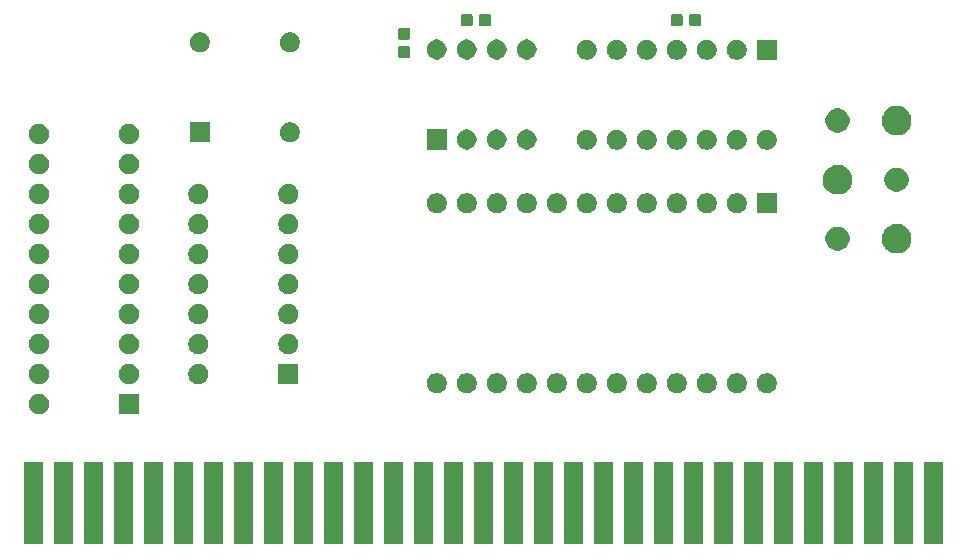
<source format=gbr>
G04 #@! TF.GenerationSoftware,KiCad,Pcbnew,(5.1.5)-3*
G04 #@! TF.CreationDate,2021-10-09T13:10:46+03:00*
G04 #@! TF.ProjectId,OPL2,4f504c32-2e6b-4696-9361-645f70636258,rev?*
G04 #@! TF.SameCoordinates,Original*
G04 #@! TF.FileFunction,Soldermask,Top*
G04 #@! TF.FilePolarity,Negative*
%FSLAX46Y46*%
G04 Gerber Fmt 4.6, Leading zero omitted, Abs format (unit mm)*
G04 Created by KiCad (PCBNEW (5.1.5)-3) date 2021-10-09 13:10:46*
%MOMM*%
%LPD*%
G04 APERTURE LIST*
%ADD10C,0.100000*%
G04 APERTURE END LIST*
D10*
G36*
X102713000Y-123861000D02*
G01*
X101087000Y-123861000D01*
X101087000Y-116901000D01*
X102713000Y-116901000D01*
X102713000Y-123861000D01*
G37*
G36*
X140813000Y-123861000D02*
G01*
X139187000Y-123861000D01*
X139187000Y-116901000D01*
X140813000Y-116901000D01*
X140813000Y-123861000D01*
G37*
G36*
X178913000Y-123861000D02*
G01*
X177287000Y-123861000D01*
X177287000Y-116901000D01*
X178913000Y-116901000D01*
X178913000Y-123861000D01*
G37*
G36*
X173833000Y-123861000D02*
G01*
X172207000Y-123861000D01*
X172207000Y-116901000D01*
X173833000Y-116901000D01*
X173833000Y-123861000D01*
G37*
G36*
X171293000Y-123861000D02*
G01*
X169667000Y-123861000D01*
X169667000Y-116901000D01*
X171293000Y-116901000D01*
X171293000Y-123861000D01*
G37*
G36*
X168753000Y-123861000D02*
G01*
X167127000Y-123861000D01*
X167127000Y-116901000D01*
X168753000Y-116901000D01*
X168753000Y-123861000D01*
G37*
G36*
X166213000Y-123861000D02*
G01*
X164587000Y-123861000D01*
X164587000Y-116901000D01*
X166213000Y-116901000D01*
X166213000Y-123861000D01*
G37*
G36*
X163673000Y-123861000D02*
G01*
X162047000Y-123861000D01*
X162047000Y-116901000D01*
X163673000Y-116901000D01*
X163673000Y-123861000D01*
G37*
G36*
X161133000Y-123861000D02*
G01*
X159507000Y-123861000D01*
X159507000Y-116901000D01*
X161133000Y-116901000D01*
X161133000Y-123861000D01*
G37*
G36*
X158593000Y-123861000D02*
G01*
X156967000Y-123861000D01*
X156967000Y-116901000D01*
X158593000Y-116901000D01*
X158593000Y-123861000D01*
G37*
G36*
X156053000Y-123861000D02*
G01*
X154427000Y-123861000D01*
X154427000Y-116901000D01*
X156053000Y-116901000D01*
X156053000Y-123861000D01*
G37*
G36*
X153513000Y-123861000D02*
G01*
X151887000Y-123861000D01*
X151887000Y-116901000D01*
X153513000Y-116901000D01*
X153513000Y-123861000D01*
G37*
G36*
X150973000Y-123861000D02*
G01*
X149347000Y-123861000D01*
X149347000Y-116901000D01*
X150973000Y-116901000D01*
X150973000Y-123861000D01*
G37*
G36*
X148433000Y-123861000D02*
G01*
X146807000Y-123861000D01*
X146807000Y-116901000D01*
X148433000Y-116901000D01*
X148433000Y-123861000D01*
G37*
G36*
X145893000Y-123861000D02*
G01*
X144267000Y-123861000D01*
X144267000Y-116901000D01*
X145893000Y-116901000D01*
X145893000Y-123861000D01*
G37*
G36*
X143353000Y-123861000D02*
G01*
X141727000Y-123861000D01*
X141727000Y-116901000D01*
X143353000Y-116901000D01*
X143353000Y-123861000D01*
G37*
G36*
X138273000Y-123861000D02*
G01*
X136647000Y-123861000D01*
X136647000Y-116901000D01*
X138273000Y-116901000D01*
X138273000Y-123861000D01*
G37*
G36*
X176373000Y-123861000D02*
G01*
X174747000Y-123861000D01*
X174747000Y-116901000D01*
X176373000Y-116901000D01*
X176373000Y-123861000D01*
G37*
G36*
X105253000Y-123861000D02*
G01*
X103627000Y-123861000D01*
X103627000Y-116901000D01*
X105253000Y-116901000D01*
X105253000Y-123861000D01*
G37*
G36*
X107793000Y-123861000D02*
G01*
X106167000Y-123861000D01*
X106167000Y-116901000D01*
X107793000Y-116901000D01*
X107793000Y-123861000D01*
G37*
G36*
X110333000Y-123861000D02*
G01*
X108707000Y-123861000D01*
X108707000Y-116901000D01*
X110333000Y-116901000D01*
X110333000Y-123861000D01*
G37*
G36*
X112873000Y-123861000D02*
G01*
X111247000Y-123861000D01*
X111247000Y-116901000D01*
X112873000Y-116901000D01*
X112873000Y-123861000D01*
G37*
G36*
X115413000Y-123861000D02*
G01*
X113787000Y-123861000D01*
X113787000Y-116901000D01*
X115413000Y-116901000D01*
X115413000Y-123861000D01*
G37*
G36*
X117953000Y-123861000D02*
G01*
X116327000Y-123861000D01*
X116327000Y-116901000D01*
X117953000Y-116901000D01*
X117953000Y-123861000D01*
G37*
G36*
X120493000Y-123861000D02*
G01*
X118867000Y-123861000D01*
X118867000Y-116901000D01*
X120493000Y-116901000D01*
X120493000Y-123861000D01*
G37*
G36*
X123033000Y-123861000D02*
G01*
X121407000Y-123861000D01*
X121407000Y-116901000D01*
X123033000Y-116901000D01*
X123033000Y-123861000D01*
G37*
G36*
X125573000Y-123861000D02*
G01*
X123947000Y-123861000D01*
X123947000Y-116901000D01*
X125573000Y-116901000D01*
X125573000Y-123861000D01*
G37*
G36*
X128113000Y-123861000D02*
G01*
X126487000Y-123861000D01*
X126487000Y-116901000D01*
X128113000Y-116901000D01*
X128113000Y-123861000D01*
G37*
G36*
X130653000Y-123861000D02*
G01*
X129027000Y-123861000D01*
X129027000Y-116901000D01*
X130653000Y-116901000D01*
X130653000Y-123861000D01*
G37*
G36*
X133193000Y-123861000D02*
G01*
X131567000Y-123861000D01*
X131567000Y-116901000D01*
X133193000Y-116901000D01*
X133193000Y-123861000D01*
G37*
G36*
X135733000Y-123861000D02*
G01*
X134107000Y-123861000D01*
X134107000Y-116901000D01*
X135733000Y-116901000D01*
X135733000Y-123861000D01*
G37*
G36*
X102628228Y-111181703D02*
G01*
X102783100Y-111245853D01*
X102922481Y-111338985D01*
X103041015Y-111457519D01*
X103134147Y-111596900D01*
X103198297Y-111751772D01*
X103231000Y-111916184D01*
X103231000Y-112083816D01*
X103198297Y-112248228D01*
X103134147Y-112403100D01*
X103041015Y-112542481D01*
X102922481Y-112661015D01*
X102783100Y-112754147D01*
X102628228Y-112818297D01*
X102463816Y-112851000D01*
X102296184Y-112851000D01*
X102131772Y-112818297D01*
X101976900Y-112754147D01*
X101837519Y-112661015D01*
X101718985Y-112542481D01*
X101625853Y-112403100D01*
X101561703Y-112248228D01*
X101529000Y-112083816D01*
X101529000Y-111916184D01*
X101561703Y-111751772D01*
X101625853Y-111596900D01*
X101718985Y-111457519D01*
X101837519Y-111338985D01*
X101976900Y-111245853D01*
X102131772Y-111181703D01*
X102296184Y-111149000D01*
X102463816Y-111149000D01*
X102628228Y-111181703D01*
G37*
G36*
X110851000Y-112851000D02*
G01*
X109149000Y-112851000D01*
X109149000Y-111149000D01*
X110851000Y-111149000D01*
X110851000Y-112851000D01*
G37*
G36*
X164248228Y-109421703D02*
G01*
X164403100Y-109485853D01*
X164542481Y-109578985D01*
X164661015Y-109697519D01*
X164754147Y-109836900D01*
X164818297Y-109991772D01*
X164851000Y-110156184D01*
X164851000Y-110323816D01*
X164818297Y-110488228D01*
X164754147Y-110643100D01*
X164661015Y-110782481D01*
X164542481Y-110901015D01*
X164403100Y-110994147D01*
X164248228Y-111058297D01*
X164083816Y-111091000D01*
X163916184Y-111091000D01*
X163751772Y-111058297D01*
X163596900Y-110994147D01*
X163457519Y-110901015D01*
X163338985Y-110782481D01*
X163245853Y-110643100D01*
X163181703Y-110488228D01*
X163149000Y-110323816D01*
X163149000Y-110156184D01*
X163181703Y-109991772D01*
X163245853Y-109836900D01*
X163338985Y-109697519D01*
X163457519Y-109578985D01*
X163596900Y-109485853D01*
X163751772Y-109421703D01*
X163916184Y-109389000D01*
X164083816Y-109389000D01*
X164248228Y-109421703D01*
G37*
G36*
X161708228Y-109421703D02*
G01*
X161863100Y-109485853D01*
X162002481Y-109578985D01*
X162121015Y-109697519D01*
X162214147Y-109836900D01*
X162278297Y-109991772D01*
X162311000Y-110156184D01*
X162311000Y-110323816D01*
X162278297Y-110488228D01*
X162214147Y-110643100D01*
X162121015Y-110782481D01*
X162002481Y-110901015D01*
X161863100Y-110994147D01*
X161708228Y-111058297D01*
X161543816Y-111091000D01*
X161376184Y-111091000D01*
X161211772Y-111058297D01*
X161056900Y-110994147D01*
X160917519Y-110901015D01*
X160798985Y-110782481D01*
X160705853Y-110643100D01*
X160641703Y-110488228D01*
X160609000Y-110323816D01*
X160609000Y-110156184D01*
X160641703Y-109991772D01*
X160705853Y-109836900D01*
X160798985Y-109697519D01*
X160917519Y-109578985D01*
X161056900Y-109485853D01*
X161211772Y-109421703D01*
X161376184Y-109389000D01*
X161543816Y-109389000D01*
X161708228Y-109421703D01*
G37*
G36*
X159168228Y-109421703D02*
G01*
X159323100Y-109485853D01*
X159462481Y-109578985D01*
X159581015Y-109697519D01*
X159674147Y-109836900D01*
X159738297Y-109991772D01*
X159771000Y-110156184D01*
X159771000Y-110323816D01*
X159738297Y-110488228D01*
X159674147Y-110643100D01*
X159581015Y-110782481D01*
X159462481Y-110901015D01*
X159323100Y-110994147D01*
X159168228Y-111058297D01*
X159003816Y-111091000D01*
X158836184Y-111091000D01*
X158671772Y-111058297D01*
X158516900Y-110994147D01*
X158377519Y-110901015D01*
X158258985Y-110782481D01*
X158165853Y-110643100D01*
X158101703Y-110488228D01*
X158069000Y-110323816D01*
X158069000Y-110156184D01*
X158101703Y-109991772D01*
X158165853Y-109836900D01*
X158258985Y-109697519D01*
X158377519Y-109578985D01*
X158516900Y-109485853D01*
X158671772Y-109421703D01*
X158836184Y-109389000D01*
X159003816Y-109389000D01*
X159168228Y-109421703D01*
G37*
G36*
X156628228Y-109421703D02*
G01*
X156783100Y-109485853D01*
X156922481Y-109578985D01*
X157041015Y-109697519D01*
X157134147Y-109836900D01*
X157198297Y-109991772D01*
X157231000Y-110156184D01*
X157231000Y-110323816D01*
X157198297Y-110488228D01*
X157134147Y-110643100D01*
X157041015Y-110782481D01*
X156922481Y-110901015D01*
X156783100Y-110994147D01*
X156628228Y-111058297D01*
X156463816Y-111091000D01*
X156296184Y-111091000D01*
X156131772Y-111058297D01*
X155976900Y-110994147D01*
X155837519Y-110901015D01*
X155718985Y-110782481D01*
X155625853Y-110643100D01*
X155561703Y-110488228D01*
X155529000Y-110323816D01*
X155529000Y-110156184D01*
X155561703Y-109991772D01*
X155625853Y-109836900D01*
X155718985Y-109697519D01*
X155837519Y-109578985D01*
X155976900Y-109485853D01*
X156131772Y-109421703D01*
X156296184Y-109389000D01*
X156463816Y-109389000D01*
X156628228Y-109421703D01*
G37*
G36*
X154088228Y-109421703D02*
G01*
X154243100Y-109485853D01*
X154382481Y-109578985D01*
X154501015Y-109697519D01*
X154594147Y-109836900D01*
X154658297Y-109991772D01*
X154691000Y-110156184D01*
X154691000Y-110323816D01*
X154658297Y-110488228D01*
X154594147Y-110643100D01*
X154501015Y-110782481D01*
X154382481Y-110901015D01*
X154243100Y-110994147D01*
X154088228Y-111058297D01*
X153923816Y-111091000D01*
X153756184Y-111091000D01*
X153591772Y-111058297D01*
X153436900Y-110994147D01*
X153297519Y-110901015D01*
X153178985Y-110782481D01*
X153085853Y-110643100D01*
X153021703Y-110488228D01*
X152989000Y-110323816D01*
X152989000Y-110156184D01*
X153021703Y-109991772D01*
X153085853Y-109836900D01*
X153178985Y-109697519D01*
X153297519Y-109578985D01*
X153436900Y-109485853D01*
X153591772Y-109421703D01*
X153756184Y-109389000D01*
X153923816Y-109389000D01*
X154088228Y-109421703D01*
G37*
G36*
X151548228Y-109421703D02*
G01*
X151703100Y-109485853D01*
X151842481Y-109578985D01*
X151961015Y-109697519D01*
X152054147Y-109836900D01*
X152118297Y-109991772D01*
X152151000Y-110156184D01*
X152151000Y-110323816D01*
X152118297Y-110488228D01*
X152054147Y-110643100D01*
X151961015Y-110782481D01*
X151842481Y-110901015D01*
X151703100Y-110994147D01*
X151548228Y-111058297D01*
X151383816Y-111091000D01*
X151216184Y-111091000D01*
X151051772Y-111058297D01*
X150896900Y-110994147D01*
X150757519Y-110901015D01*
X150638985Y-110782481D01*
X150545853Y-110643100D01*
X150481703Y-110488228D01*
X150449000Y-110323816D01*
X150449000Y-110156184D01*
X150481703Y-109991772D01*
X150545853Y-109836900D01*
X150638985Y-109697519D01*
X150757519Y-109578985D01*
X150896900Y-109485853D01*
X151051772Y-109421703D01*
X151216184Y-109389000D01*
X151383816Y-109389000D01*
X151548228Y-109421703D01*
G37*
G36*
X146468228Y-109421703D02*
G01*
X146623100Y-109485853D01*
X146762481Y-109578985D01*
X146881015Y-109697519D01*
X146974147Y-109836900D01*
X147038297Y-109991772D01*
X147071000Y-110156184D01*
X147071000Y-110323816D01*
X147038297Y-110488228D01*
X146974147Y-110643100D01*
X146881015Y-110782481D01*
X146762481Y-110901015D01*
X146623100Y-110994147D01*
X146468228Y-111058297D01*
X146303816Y-111091000D01*
X146136184Y-111091000D01*
X145971772Y-111058297D01*
X145816900Y-110994147D01*
X145677519Y-110901015D01*
X145558985Y-110782481D01*
X145465853Y-110643100D01*
X145401703Y-110488228D01*
X145369000Y-110323816D01*
X145369000Y-110156184D01*
X145401703Y-109991772D01*
X145465853Y-109836900D01*
X145558985Y-109697519D01*
X145677519Y-109578985D01*
X145816900Y-109485853D01*
X145971772Y-109421703D01*
X146136184Y-109389000D01*
X146303816Y-109389000D01*
X146468228Y-109421703D01*
G37*
G36*
X143928228Y-109421703D02*
G01*
X144083100Y-109485853D01*
X144222481Y-109578985D01*
X144341015Y-109697519D01*
X144434147Y-109836900D01*
X144498297Y-109991772D01*
X144531000Y-110156184D01*
X144531000Y-110323816D01*
X144498297Y-110488228D01*
X144434147Y-110643100D01*
X144341015Y-110782481D01*
X144222481Y-110901015D01*
X144083100Y-110994147D01*
X143928228Y-111058297D01*
X143763816Y-111091000D01*
X143596184Y-111091000D01*
X143431772Y-111058297D01*
X143276900Y-110994147D01*
X143137519Y-110901015D01*
X143018985Y-110782481D01*
X142925853Y-110643100D01*
X142861703Y-110488228D01*
X142829000Y-110323816D01*
X142829000Y-110156184D01*
X142861703Y-109991772D01*
X142925853Y-109836900D01*
X143018985Y-109697519D01*
X143137519Y-109578985D01*
X143276900Y-109485853D01*
X143431772Y-109421703D01*
X143596184Y-109389000D01*
X143763816Y-109389000D01*
X143928228Y-109421703D01*
G37*
G36*
X141388228Y-109421703D02*
G01*
X141543100Y-109485853D01*
X141682481Y-109578985D01*
X141801015Y-109697519D01*
X141894147Y-109836900D01*
X141958297Y-109991772D01*
X141991000Y-110156184D01*
X141991000Y-110323816D01*
X141958297Y-110488228D01*
X141894147Y-110643100D01*
X141801015Y-110782481D01*
X141682481Y-110901015D01*
X141543100Y-110994147D01*
X141388228Y-111058297D01*
X141223816Y-111091000D01*
X141056184Y-111091000D01*
X140891772Y-111058297D01*
X140736900Y-110994147D01*
X140597519Y-110901015D01*
X140478985Y-110782481D01*
X140385853Y-110643100D01*
X140321703Y-110488228D01*
X140289000Y-110323816D01*
X140289000Y-110156184D01*
X140321703Y-109991772D01*
X140385853Y-109836900D01*
X140478985Y-109697519D01*
X140597519Y-109578985D01*
X140736900Y-109485853D01*
X140891772Y-109421703D01*
X141056184Y-109389000D01*
X141223816Y-109389000D01*
X141388228Y-109421703D01*
G37*
G36*
X138848228Y-109421703D02*
G01*
X139003100Y-109485853D01*
X139142481Y-109578985D01*
X139261015Y-109697519D01*
X139354147Y-109836900D01*
X139418297Y-109991772D01*
X139451000Y-110156184D01*
X139451000Y-110323816D01*
X139418297Y-110488228D01*
X139354147Y-110643100D01*
X139261015Y-110782481D01*
X139142481Y-110901015D01*
X139003100Y-110994147D01*
X138848228Y-111058297D01*
X138683816Y-111091000D01*
X138516184Y-111091000D01*
X138351772Y-111058297D01*
X138196900Y-110994147D01*
X138057519Y-110901015D01*
X137938985Y-110782481D01*
X137845853Y-110643100D01*
X137781703Y-110488228D01*
X137749000Y-110323816D01*
X137749000Y-110156184D01*
X137781703Y-109991772D01*
X137845853Y-109836900D01*
X137938985Y-109697519D01*
X138057519Y-109578985D01*
X138196900Y-109485853D01*
X138351772Y-109421703D01*
X138516184Y-109389000D01*
X138683816Y-109389000D01*
X138848228Y-109421703D01*
G37*
G36*
X136308228Y-109421703D02*
G01*
X136463100Y-109485853D01*
X136602481Y-109578985D01*
X136721015Y-109697519D01*
X136814147Y-109836900D01*
X136878297Y-109991772D01*
X136911000Y-110156184D01*
X136911000Y-110323816D01*
X136878297Y-110488228D01*
X136814147Y-110643100D01*
X136721015Y-110782481D01*
X136602481Y-110901015D01*
X136463100Y-110994147D01*
X136308228Y-111058297D01*
X136143816Y-111091000D01*
X135976184Y-111091000D01*
X135811772Y-111058297D01*
X135656900Y-110994147D01*
X135517519Y-110901015D01*
X135398985Y-110782481D01*
X135305853Y-110643100D01*
X135241703Y-110488228D01*
X135209000Y-110323816D01*
X135209000Y-110156184D01*
X135241703Y-109991772D01*
X135305853Y-109836900D01*
X135398985Y-109697519D01*
X135517519Y-109578985D01*
X135656900Y-109485853D01*
X135811772Y-109421703D01*
X135976184Y-109389000D01*
X136143816Y-109389000D01*
X136308228Y-109421703D01*
G37*
G36*
X149008228Y-109421703D02*
G01*
X149163100Y-109485853D01*
X149302481Y-109578985D01*
X149421015Y-109697519D01*
X149514147Y-109836900D01*
X149578297Y-109991772D01*
X149611000Y-110156184D01*
X149611000Y-110323816D01*
X149578297Y-110488228D01*
X149514147Y-110643100D01*
X149421015Y-110782481D01*
X149302481Y-110901015D01*
X149163100Y-110994147D01*
X149008228Y-111058297D01*
X148843816Y-111091000D01*
X148676184Y-111091000D01*
X148511772Y-111058297D01*
X148356900Y-110994147D01*
X148217519Y-110901015D01*
X148098985Y-110782481D01*
X148005853Y-110643100D01*
X147941703Y-110488228D01*
X147909000Y-110323816D01*
X147909000Y-110156184D01*
X147941703Y-109991772D01*
X148005853Y-109836900D01*
X148098985Y-109697519D01*
X148217519Y-109578985D01*
X148356900Y-109485853D01*
X148511772Y-109421703D01*
X148676184Y-109389000D01*
X148843816Y-109389000D01*
X149008228Y-109421703D01*
G37*
G36*
X124351000Y-110321000D02*
G01*
X122649000Y-110321000D01*
X122649000Y-108619000D01*
X124351000Y-108619000D01*
X124351000Y-110321000D01*
G37*
G36*
X116128228Y-108651703D02*
G01*
X116283100Y-108715853D01*
X116422481Y-108808985D01*
X116541015Y-108927519D01*
X116634147Y-109066900D01*
X116698297Y-109221772D01*
X116731000Y-109386184D01*
X116731000Y-109553816D01*
X116698297Y-109718228D01*
X116634147Y-109873100D01*
X116541015Y-110012481D01*
X116422481Y-110131015D01*
X116283100Y-110224147D01*
X116128228Y-110288297D01*
X115963816Y-110321000D01*
X115796184Y-110321000D01*
X115631772Y-110288297D01*
X115476900Y-110224147D01*
X115337519Y-110131015D01*
X115218985Y-110012481D01*
X115125853Y-109873100D01*
X115061703Y-109718228D01*
X115029000Y-109553816D01*
X115029000Y-109386184D01*
X115061703Y-109221772D01*
X115125853Y-109066900D01*
X115218985Y-108927519D01*
X115337519Y-108808985D01*
X115476900Y-108715853D01*
X115631772Y-108651703D01*
X115796184Y-108619000D01*
X115963816Y-108619000D01*
X116128228Y-108651703D01*
G37*
G36*
X110248228Y-108641703D02*
G01*
X110403100Y-108705853D01*
X110542481Y-108798985D01*
X110661015Y-108917519D01*
X110754147Y-109056900D01*
X110818297Y-109211772D01*
X110851000Y-109376184D01*
X110851000Y-109543816D01*
X110818297Y-109708228D01*
X110754147Y-109863100D01*
X110661015Y-110002481D01*
X110542481Y-110121015D01*
X110403100Y-110214147D01*
X110248228Y-110278297D01*
X110083816Y-110311000D01*
X109916184Y-110311000D01*
X109751772Y-110278297D01*
X109596900Y-110214147D01*
X109457519Y-110121015D01*
X109338985Y-110002481D01*
X109245853Y-109863100D01*
X109181703Y-109708228D01*
X109149000Y-109543816D01*
X109149000Y-109376184D01*
X109181703Y-109211772D01*
X109245853Y-109056900D01*
X109338985Y-108917519D01*
X109457519Y-108798985D01*
X109596900Y-108705853D01*
X109751772Y-108641703D01*
X109916184Y-108609000D01*
X110083816Y-108609000D01*
X110248228Y-108641703D01*
G37*
G36*
X102628228Y-108641703D02*
G01*
X102783100Y-108705853D01*
X102922481Y-108798985D01*
X103041015Y-108917519D01*
X103134147Y-109056900D01*
X103198297Y-109211772D01*
X103231000Y-109376184D01*
X103231000Y-109543816D01*
X103198297Y-109708228D01*
X103134147Y-109863100D01*
X103041015Y-110002481D01*
X102922481Y-110121015D01*
X102783100Y-110214147D01*
X102628228Y-110278297D01*
X102463816Y-110311000D01*
X102296184Y-110311000D01*
X102131772Y-110278297D01*
X101976900Y-110214147D01*
X101837519Y-110121015D01*
X101718985Y-110002481D01*
X101625853Y-109863100D01*
X101561703Y-109708228D01*
X101529000Y-109543816D01*
X101529000Y-109376184D01*
X101561703Y-109211772D01*
X101625853Y-109056900D01*
X101718985Y-108917519D01*
X101837519Y-108798985D01*
X101976900Y-108705853D01*
X102131772Y-108641703D01*
X102296184Y-108609000D01*
X102463816Y-108609000D01*
X102628228Y-108641703D01*
G37*
G36*
X116128228Y-106111703D02*
G01*
X116283100Y-106175853D01*
X116422481Y-106268985D01*
X116541015Y-106387519D01*
X116634147Y-106526900D01*
X116698297Y-106681772D01*
X116731000Y-106846184D01*
X116731000Y-107013816D01*
X116698297Y-107178228D01*
X116634147Y-107333100D01*
X116541015Y-107472481D01*
X116422481Y-107591015D01*
X116283100Y-107684147D01*
X116128228Y-107748297D01*
X115963816Y-107781000D01*
X115796184Y-107781000D01*
X115631772Y-107748297D01*
X115476900Y-107684147D01*
X115337519Y-107591015D01*
X115218985Y-107472481D01*
X115125853Y-107333100D01*
X115061703Y-107178228D01*
X115029000Y-107013816D01*
X115029000Y-106846184D01*
X115061703Y-106681772D01*
X115125853Y-106526900D01*
X115218985Y-106387519D01*
X115337519Y-106268985D01*
X115476900Y-106175853D01*
X115631772Y-106111703D01*
X115796184Y-106079000D01*
X115963816Y-106079000D01*
X116128228Y-106111703D01*
G37*
G36*
X123748228Y-106111703D02*
G01*
X123903100Y-106175853D01*
X124042481Y-106268985D01*
X124161015Y-106387519D01*
X124254147Y-106526900D01*
X124318297Y-106681772D01*
X124351000Y-106846184D01*
X124351000Y-107013816D01*
X124318297Y-107178228D01*
X124254147Y-107333100D01*
X124161015Y-107472481D01*
X124042481Y-107591015D01*
X123903100Y-107684147D01*
X123748228Y-107748297D01*
X123583816Y-107781000D01*
X123416184Y-107781000D01*
X123251772Y-107748297D01*
X123096900Y-107684147D01*
X122957519Y-107591015D01*
X122838985Y-107472481D01*
X122745853Y-107333100D01*
X122681703Y-107178228D01*
X122649000Y-107013816D01*
X122649000Y-106846184D01*
X122681703Y-106681772D01*
X122745853Y-106526900D01*
X122838985Y-106387519D01*
X122957519Y-106268985D01*
X123096900Y-106175853D01*
X123251772Y-106111703D01*
X123416184Y-106079000D01*
X123583816Y-106079000D01*
X123748228Y-106111703D01*
G37*
G36*
X102628228Y-106101703D02*
G01*
X102783100Y-106165853D01*
X102922481Y-106258985D01*
X103041015Y-106377519D01*
X103134147Y-106516900D01*
X103198297Y-106671772D01*
X103231000Y-106836184D01*
X103231000Y-107003816D01*
X103198297Y-107168228D01*
X103134147Y-107323100D01*
X103041015Y-107462481D01*
X102922481Y-107581015D01*
X102783100Y-107674147D01*
X102628228Y-107738297D01*
X102463816Y-107771000D01*
X102296184Y-107771000D01*
X102131772Y-107738297D01*
X101976900Y-107674147D01*
X101837519Y-107581015D01*
X101718985Y-107462481D01*
X101625853Y-107323100D01*
X101561703Y-107168228D01*
X101529000Y-107003816D01*
X101529000Y-106836184D01*
X101561703Y-106671772D01*
X101625853Y-106516900D01*
X101718985Y-106377519D01*
X101837519Y-106258985D01*
X101976900Y-106165853D01*
X102131772Y-106101703D01*
X102296184Y-106069000D01*
X102463816Y-106069000D01*
X102628228Y-106101703D01*
G37*
G36*
X110248228Y-106101703D02*
G01*
X110403100Y-106165853D01*
X110542481Y-106258985D01*
X110661015Y-106377519D01*
X110754147Y-106516900D01*
X110818297Y-106671772D01*
X110851000Y-106836184D01*
X110851000Y-107003816D01*
X110818297Y-107168228D01*
X110754147Y-107323100D01*
X110661015Y-107462481D01*
X110542481Y-107581015D01*
X110403100Y-107674147D01*
X110248228Y-107738297D01*
X110083816Y-107771000D01*
X109916184Y-107771000D01*
X109751772Y-107738297D01*
X109596900Y-107674147D01*
X109457519Y-107581015D01*
X109338985Y-107462481D01*
X109245853Y-107323100D01*
X109181703Y-107168228D01*
X109149000Y-107003816D01*
X109149000Y-106836184D01*
X109181703Y-106671772D01*
X109245853Y-106516900D01*
X109338985Y-106377519D01*
X109457519Y-106258985D01*
X109596900Y-106165853D01*
X109751772Y-106101703D01*
X109916184Y-106069000D01*
X110083816Y-106069000D01*
X110248228Y-106101703D01*
G37*
G36*
X123748228Y-103571703D02*
G01*
X123903100Y-103635853D01*
X124042481Y-103728985D01*
X124161015Y-103847519D01*
X124254147Y-103986900D01*
X124318297Y-104141772D01*
X124351000Y-104306184D01*
X124351000Y-104473816D01*
X124318297Y-104638228D01*
X124254147Y-104793100D01*
X124161015Y-104932481D01*
X124042481Y-105051015D01*
X123903100Y-105144147D01*
X123748228Y-105208297D01*
X123583816Y-105241000D01*
X123416184Y-105241000D01*
X123251772Y-105208297D01*
X123096900Y-105144147D01*
X122957519Y-105051015D01*
X122838985Y-104932481D01*
X122745853Y-104793100D01*
X122681703Y-104638228D01*
X122649000Y-104473816D01*
X122649000Y-104306184D01*
X122681703Y-104141772D01*
X122745853Y-103986900D01*
X122838985Y-103847519D01*
X122957519Y-103728985D01*
X123096900Y-103635853D01*
X123251772Y-103571703D01*
X123416184Y-103539000D01*
X123583816Y-103539000D01*
X123748228Y-103571703D01*
G37*
G36*
X116128228Y-103571703D02*
G01*
X116283100Y-103635853D01*
X116422481Y-103728985D01*
X116541015Y-103847519D01*
X116634147Y-103986900D01*
X116698297Y-104141772D01*
X116731000Y-104306184D01*
X116731000Y-104473816D01*
X116698297Y-104638228D01*
X116634147Y-104793100D01*
X116541015Y-104932481D01*
X116422481Y-105051015D01*
X116283100Y-105144147D01*
X116128228Y-105208297D01*
X115963816Y-105241000D01*
X115796184Y-105241000D01*
X115631772Y-105208297D01*
X115476900Y-105144147D01*
X115337519Y-105051015D01*
X115218985Y-104932481D01*
X115125853Y-104793100D01*
X115061703Y-104638228D01*
X115029000Y-104473816D01*
X115029000Y-104306184D01*
X115061703Y-104141772D01*
X115125853Y-103986900D01*
X115218985Y-103847519D01*
X115337519Y-103728985D01*
X115476900Y-103635853D01*
X115631772Y-103571703D01*
X115796184Y-103539000D01*
X115963816Y-103539000D01*
X116128228Y-103571703D01*
G37*
G36*
X110248228Y-103561703D02*
G01*
X110403100Y-103625853D01*
X110542481Y-103718985D01*
X110661015Y-103837519D01*
X110754147Y-103976900D01*
X110818297Y-104131772D01*
X110851000Y-104296184D01*
X110851000Y-104463816D01*
X110818297Y-104628228D01*
X110754147Y-104783100D01*
X110661015Y-104922481D01*
X110542481Y-105041015D01*
X110403100Y-105134147D01*
X110248228Y-105198297D01*
X110083816Y-105231000D01*
X109916184Y-105231000D01*
X109751772Y-105198297D01*
X109596900Y-105134147D01*
X109457519Y-105041015D01*
X109338985Y-104922481D01*
X109245853Y-104783100D01*
X109181703Y-104628228D01*
X109149000Y-104463816D01*
X109149000Y-104296184D01*
X109181703Y-104131772D01*
X109245853Y-103976900D01*
X109338985Y-103837519D01*
X109457519Y-103718985D01*
X109596900Y-103625853D01*
X109751772Y-103561703D01*
X109916184Y-103529000D01*
X110083816Y-103529000D01*
X110248228Y-103561703D01*
G37*
G36*
X102628228Y-103561703D02*
G01*
X102783100Y-103625853D01*
X102922481Y-103718985D01*
X103041015Y-103837519D01*
X103134147Y-103976900D01*
X103198297Y-104131772D01*
X103231000Y-104296184D01*
X103231000Y-104463816D01*
X103198297Y-104628228D01*
X103134147Y-104783100D01*
X103041015Y-104922481D01*
X102922481Y-105041015D01*
X102783100Y-105134147D01*
X102628228Y-105198297D01*
X102463816Y-105231000D01*
X102296184Y-105231000D01*
X102131772Y-105198297D01*
X101976900Y-105134147D01*
X101837519Y-105041015D01*
X101718985Y-104922481D01*
X101625853Y-104783100D01*
X101561703Y-104628228D01*
X101529000Y-104463816D01*
X101529000Y-104296184D01*
X101561703Y-104131772D01*
X101625853Y-103976900D01*
X101718985Y-103837519D01*
X101837519Y-103718985D01*
X101976900Y-103625853D01*
X102131772Y-103561703D01*
X102296184Y-103529000D01*
X102463816Y-103529000D01*
X102628228Y-103561703D01*
G37*
G36*
X116128228Y-101031703D02*
G01*
X116283100Y-101095853D01*
X116422481Y-101188985D01*
X116541015Y-101307519D01*
X116634147Y-101446900D01*
X116698297Y-101601772D01*
X116731000Y-101766184D01*
X116731000Y-101933816D01*
X116698297Y-102098228D01*
X116634147Y-102253100D01*
X116541015Y-102392481D01*
X116422481Y-102511015D01*
X116283100Y-102604147D01*
X116128228Y-102668297D01*
X115963816Y-102701000D01*
X115796184Y-102701000D01*
X115631772Y-102668297D01*
X115476900Y-102604147D01*
X115337519Y-102511015D01*
X115218985Y-102392481D01*
X115125853Y-102253100D01*
X115061703Y-102098228D01*
X115029000Y-101933816D01*
X115029000Y-101766184D01*
X115061703Y-101601772D01*
X115125853Y-101446900D01*
X115218985Y-101307519D01*
X115337519Y-101188985D01*
X115476900Y-101095853D01*
X115631772Y-101031703D01*
X115796184Y-100999000D01*
X115963816Y-100999000D01*
X116128228Y-101031703D01*
G37*
G36*
X123748228Y-101031703D02*
G01*
X123903100Y-101095853D01*
X124042481Y-101188985D01*
X124161015Y-101307519D01*
X124254147Y-101446900D01*
X124318297Y-101601772D01*
X124351000Y-101766184D01*
X124351000Y-101933816D01*
X124318297Y-102098228D01*
X124254147Y-102253100D01*
X124161015Y-102392481D01*
X124042481Y-102511015D01*
X123903100Y-102604147D01*
X123748228Y-102668297D01*
X123583816Y-102701000D01*
X123416184Y-102701000D01*
X123251772Y-102668297D01*
X123096900Y-102604147D01*
X122957519Y-102511015D01*
X122838985Y-102392481D01*
X122745853Y-102253100D01*
X122681703Y-102098228D01*
X122649000Y-101933816D01*
X122649000Y-101766184D01*
X122681703Y-101601772D01*
X122745853Y-101446900D01*
X122838985Y-101307519D01*
X122957519Y-101188985D01*
X123096900Y-101095853D01*
X123251772Y-101031703D01*
X123416184Y-100999000D01*
X123583816Y-100999000D01*
X123748228Y-101031703D01*
G37*
G36*
X102628228Y-101021703D02*
G01*
X102783100Y-101085853D01*
X102922481Y-101178985D01*
X103041015Y-101297519D01*
X103134147Y-101436900D01*
X103198297Y-101591772D01*
X103231000Y-101756184D01*
X103231000Y-101923816D01*
X103198297Y-102088228D01*
X103134147Y-102243100D01*
X103041015Y-102382481D01*
X102922481Y-102501015D01*
X102783100Y-102594147D01*
X102628228Y-102658297D01*
X102463816Y-102691000D01*
X102296184Y-102691000D01*
X102131772Y-102658297D01*
X101976900Y-102594147D01*
X101837519Y-102501015D01*
X101718985Y-102382481D01*
X101625853Y-102243100D01*
X101561703Y-102088228D01*
X101529000Y-101923816D01*
X101529000Y-101756184D01*
X101561703Y-101591772D01*
X101625853Y-101436900D01*
X101718985Y-101297519D01*
X101837519Y-101178985D01*
X101976900Y-101085853D01*
X102131772Y-101021703D01*
X102296184Y-100989000D01*
X102463816Y-100989000D01*
X102628228Y-101021703D01*
G37*
G36*
X110248228Y-101021703D02*
G01*
X110403100Y-101085853D01*
X110542481Y-101178985D01*
X110661015Y-101297519D01*
X110754147Y-101436900D01*
X110818297Y-101591772D01*
X110851000Y-101756184D01*
X110851000Y-101923816D01*
X110818297Y-102088228D01*
X110754147Y-102243100D01*
X110661015Y-102382481D01*
X110542481Y-102501015D01*
X110403100Y-102594147D01*
X110248228Y-102658297D01*
X110083816Y-102691000D01*
X109916184Y-102691000D01*
X109751772Y-102658297D01*
X109596900Y-102594147D01*
X109457519Y-102501015D01*
X109338985Y-102382481D01*
X109245853Y-102243100D01*
X109181703Y-102088228D01*
X109149000Y-101923816D01*
X109149000Y-101756184D01*
X109181703Y-101591772D01*
X109245853Y-101436900D01*
X109338985Y-101297519D01*
X109457519Y-101178985D01*
X109596900Y-101085853D01*
X109751772Y-101021703D01*
X109916184Y-100989000D01*
X110083816Y-100989000D01*
X110248228Y-101021703D01*
G37*
G36*
X116128228Y-98491703D02*
G01*
X116283100Y-98555853D01*
X116422481Y-98648985D01*
X116541015Y-98767519D01*
X116634147Y-98906900D01*
X116698297Y-99061772D01*
X116731000Y-99226184D01*
X116731000Y-99393816D01*
X116698297Y-99558228D01*
X116634147Y-99713100D01*
X116541015Y-99852481D01*
X116422481Y-99971015D01*
X116283100Y-100064147D01*
X116128228Y-100128297D01*
X115963816Y-100161000D01*
X115796184Y-100161000D01*
X115631772Y-100128297D01*
X115476900Y-100064147D01*
X115337519Y-99971015D01*
X115218985Y-99852481D01*
X115125853Y-99713100D01*
X115061703Y-99558228D01*
X115029000Y-99393816D01*
X115029000Y-99226184D01*
X115061703Y-99061772D01*
X115125853Y-98906900D01*
X115218985Y-98767519D01*
X115337519Y-98648985D01*
X115476900Y-98555853D01*
X115631772Y-98491703D01*
X115796184Y-98459000D01*
X115963816Y-98459000D01*
X116128228Y-98491703D01*
G37*
G36*
X123748228Y-98491703D02*
G01*
X123903100Y-98555853D01*
X124042481Y-98648985D01*
X124161015Y-98767519D01*
X124254147Y-98906900D01*
X124318297Y-99061772D01*
X124351000Y-99226184D01*
X124351000Y-99393816D01*
X124318297Y-99558228D01*
X124254147Y-99713100D01*
X124161015Y-99852481D01*
X124042481Y-99971015D01*
X123903100Y-100064147D01*
X123748228Y-100128297D01*
X123583816Y-100161000D01*
X123416184Y-100161000D01*
X123251772Y-100128297D01*
X123096900Y-100064147D01*
X122957519Y-99971015D01*
X122838985Y-99852481D01*
X122745853Y-99713100D01*
X122681703Y-99558228D01*
X122649000Y-99393816D01*
X122649000Y-99226184D01*
X122681703Y-99061772D01*
X122745853Y-98906900D01*
X122838985Y-98767519D01*
X122957519Y-98648985D01*
X123096900Y-98555853D01*
X123251772Y-98491703D01*
X123416184Y-98459000D01*
X123583816Y-98459000D01*
X123748228Y-98491703D01*
G37*
G36*
X110248228Y-98481703D02*
G01*
X110403100Y-98545853D01*
X110542481Y-98638985D01*
X110661015Y-98757519D01*
X110754147Y-98896900D01*
X110818297Y-99051772D01*
X110851000Y-99216184D01*
X110851000Y-99383816D01*
X110818297Y-99548228D01*
X110754147Y-99703100D01*
X110661015Y-99842481D01*
X110542481Y-99961015D01*
X110403100Y-100054147D01*
X110248228Y-100118297D01*
X110083816Y-100151000D01*
X109916184Y-100151000D01*
X109751772Y-100118297D01*
X109596900Y-100054147D01*
X109457519Y-99961015D01*
X109338985Y-99842481D01*
X109245853Y-99703100D01*
X109181703Y-99548228D01*
X109149000Y-99383816D01*
X109149000Y-99216184D01*
X109181703Y-99051772D01*
X109245853Y-98896900D01*
X109338985Y-98757519D01*
X109457519Y-98638985D01*
X109596900Y-98545853D01*
X109751772Y-98481703D01*
X109916184Y-98449000D01*
X110083816Y-98449000D01*
X110248228Y-98481703D01*
G37*
G36*
X102628228Y-98481703D02*
G01*
X102783100Y-98545853D01*
X102922481Y-98638985D01*
X103041015Y-98757519D01*
X103134147Y-98896900D01*
X103198297Y-99051772D01*
X103231000Y-99216184D01*
X103231000Y-99383816D01*
X103198297Y-99548228D01*
X103134147Y-99703100D01*
X103041015Y-99842481D01*
X102922481Y-99961015D01*
X102783100Y-100054147D01*
X102628228Y-100118297D01*
X102463816Y-100151000D01*
X102296184Y-100151000D01*
X102131772Y-100118297D01*
X101976900Y-100054147D01*
X101837519Y-99961015D01*
X101718985Y-99842481D01*
X101625853Y-99703100D01*
X101561703Y-99548228D01*
X101529000Y-99383816D01*
X101529000Y-99216184D01*
X101561703Y-99051772D01*
X101625853Y-98896900D01*
X101718985Y-98757519D01*
X101837519Y-98638985D01*
X101976900Y-98545853D01*
X102131772Y-98481703D01*
X102296184Y-98449000D01*
X102463816Y-98449000D01*
X102628228Y-98481703D01*
G37*
G36*
X175364903Y-96797075D02*
G01*
X175592571Y-96891378D01*
X175797466Y-97028285D01*
X175971715Y-97202534D01*
X176067552Y-97345964D01*
X176108623Y-97407431D01*
X176202925Y-97635097D01*
X176251000Y-97876786D01*
X176251000Y-98123214D01*
X176202925Y-98364903D01*
X176123832Y-98555852D01*
X176108622Y-98592571D01*
X175971715Y-98797466D01*
X175797466Y-98971715D01*
X175592571Y-99108622D01*
X175592570Y-99108623D01*
X175592569Y-99108623D01*
X175364903Y-99202925D01*
X175123214Y-99251000D01*
X174876786Y-99251000D01*
X174635097Y-99202925D01*
X174407431Y-99108623D01*
X174407430Y-99108623D01*
X174407429Y-99108622D01*
X174202534Y-98971715D01*
X174028285Y-98797466D01*
X173891378Y-98592571D01*
X173876169Y-98555852D01*
X173797075Y-98364903D01*
X173749000Y-98123214D01*
X173749000Y-97876786D01*
X173797075Y-97635097D01*
X173891377Y-97407431D01*
X173932448Y-97345964D01*
X174028285Y-97202534D01*
X174202534Y-97028285D01*
X174407429Y-96891378D01*
X174635097Y-96797075D01*
X174876786Y-96749000D01*
X175123214Y-96749000D01*
X175364903Y-96797075D01*
G37*
G36*
X170299272Y-97013428D02*
G01*
X170485991Y-97090770D01*
X170485993Y-97090771D01*
X170654037Y-97203054D01*
X170796946Y-97345963D01*
X170909229Y-97514007D01*
X170909230Y-97514009D01*
X170986572Y-97700728D01*
X171026000Y-97898947D01*
X171026000Y-98101053D01*
X170986572Y-98299272D01*
X170924552Y-98449000D01*
X170909229Y-98485993D01*
X170796946Y-98654037D01*
X170654037Y-98796946D01*
X170485993Y-98909229D01*
X170485992Y-98909230D01*
X170485991Y-98909230D01*
X170299272Y-98986572D01*
X170101053Y-99026000D01*
X169898947Y-99026000D01*
X169700728Y-98986572D01*
X169514009Y-98909230D01*
X169514008Y-98909230D01*
X169514007Y-98909229D01*
X169345963Y-98796946D01*
X169203054Y-98654037D01*
X169090771Y-98485993D01*
X169075448Y-98449000D01*
X169013428Y-98299272D01*
X168974000Y-98101053D01*
X168974000Y-97898947D01*
X169013428Y-97700728D01*
X169090770Y-97514009D01*
X169090771Y-97514007D01*
X169203054Y-97345963D01*
X169345963Y-97203054D01*
X169514007Y-97090771D01*
X169514009Y-97090770D01*
X169700728Y-97013428D01*
X169898947Y-96974000D01*
X170101053Y-96974000D01*
X170299272Y-97013428D01*
G37*
G36*
X116128228Y-95951703D02*
G01*
X116283100Y-96015853D01*
X116422481Y-96108985D01*
X116541015Y-96227519D01*
X116634147Y-96366900D01*
X116698297Y-96521772D01*
X116731000Y-96686184D01*
X116731000Y-96853816D01*
X116698297Y-97018228D01*
X116634147Y-97173100D01*
X116541015Y-97312481D01*
X116422481Y-97431015D01*
X116283100Y-97524147D01*
X116128228Y-97588297D01*
X115963816Y-97621000D01*
X115796184Y-97621000D01*
X115631772Y-97588297D01*
X115476900Y-97524147D01*
X115337519Y-97431015D01*
X115218985Y-97312481D01*
X115125853Y-97173100D01*
X115061703Y-97018228D01*
X115029000Y-96853816D01*
X115029000Y-96686184D01*
X115061703Y-96521772D01*
X115125853Y-96366900D01*
X115218985Y-96227519D01*
X115337519Y-96108985D01*
X115476900Y-96015853D01*
X115631772Y-95951703D01*
X115796184Y-95919000D01*
X115963816Y-95919000D01*
X116128228Y-95951703D01*
G37*
G36*
X123748228Y-95951703D02*
G01*
X123903100Y-96015853D01*
X124042481Y-96108985D01*
X124161015Y-96227519D01*
X124254147Y-96366900D01*
X124318297Y-96521772D01*
X124351000Y-96686184D01*
X124351000Y-96853816D01*
X124318297Y-97018228D01*
X124254147Y-97173100D01*
X124161015Y-97312481D01*
X124042481Y-97431015D01*
X123903100Y-97524147D01*
X123748228Y-97588297D01*
X123583816Y-97621000D01*
X123416184Y-97621000D01*
X123251772Y-97588297D01*
X123096900Y-97524147D01*
X122957519Y-97431015D01*
X122838985Y-97312481D01*
X122745853Y-97173100D01*
X122681703Y-97018228D01*
X122649000Y-96853816D01*
X122649000Y-96686184D01*
X122681703Y-96521772D01*
X122745853Y-96366900D01*
X122838985Y-96227519D01*
X122957519Y-96108985D01*
X123096900Y-96015853D01*
X123251772Y-95951703D01*
X123416184Y-95919000D01*
X123583816Y-95919000D01*
X123748228Y-95951703D01*
G37*
G36*
X110248228Y-95941703D02*
G01*
X110403100Y-96005853D01*
X110542481Y-96098985D01*
X110661015Y-96217519D01*
X110754147Y-96356900D01*
X110818297Y-96511772D01*
X110851000Y-96676184D01*
X110851000Y-96843816D01*
X110818297Y-97008228D01*
X110754147Y-97163100D01*
X110661015Y-97302481D01*
X110542481Y-97421015D01*
X110403100Y-97514147D01*
X110248228Y-97578297D01*
X110083816Y-97611000D01*
X109916184Y-97611000D01*
X109751772Y-97578297D01*
X109596900Y-97514147D01*
X109457519Y-97421015D01*
X109338985Y-97302481D01*
X109245853Y-97163100D01*
X109181703Y-97008228D01*
X109149000Y-96843816D01*
X109149000Y-96676184D01*
X109181703Y-96511772D01*
X109245853Y-96356900D01*
X109338985Y-96217519D01*
X109457519Y-96098985D01*
X109596900Y-96005853D01*
X109751772Y-95941703D01*
X109916184Y-95909000D01*
X110083816Y-95909000D01*
X110248228Y-95941703D01*
G37*
G36*
X102628228Y-95941703D02*
G01*
X102783100Y-96005853D01*
X102922481Y-96098985D01*
X103041015Y-96217519D01*
X103134147Y-96356900D01*
X103198297Y-96511772D01*
X103231000Y-96676184D01*
X103231000Y-96843816D01*
X103198297Y-97008228D01*
X103134147Y-97163100D01*
X103041015Y-97302481D01*
X102922481Y-97421015D01*
X102783100Y-97514147D01*
X102628228Y-97578297D01*
X102463816Y-97611000D01*
X102296184Y-97611000D01*
X102131772Y-97578297D01*
X101976900Y-97514147D01*
X101837519Y-97421015D01*
X101718985Y-97302481D01*
X101625853Y-97163100D01*
X101561703Y-97008228D01*
X101529000Y-96843816D01*
X101529000Y-96676184D01*
X101561703Y-96511772D01*
X101625853Y-96356900D01*
X101718985Y-96217519D01*
X101837519Y-96098985D01*
X101976900Y-96005853D01*
X102131772Y-95941703D01*
X102296184Y-95909000D01*
X102463816Y-95909000D01*
X102628228Y-95941703D01*
G37*
G36*
X141388228Y-94181703D02*
G01*
X141543100Y-94245853D01*
X141682481Y-94338985D01*
X141801015Y-94457519D01*
X141894147Y-94596900D01*
X141958297Y-94751772D01*
X141991000Y-94916184D01*
X141991000Y-95083816D01*
X141958297Y-95248228D01*
X141894147Y-95403100D01*
X141801015Y-95542481D01*
X141682481Y-95661015D01*
X141543100Y-95754147D01*
X141388228Y-95818297D01*
X141223816Y-95851000D01*
X141056184Y-95851000D01*
X140891772Y-95818297D01*
X140736900Y-95754147D01*
X140597519Y-95661015D01*
X140478985Y-95542481D01*
X140385853Y-95403100D01*
X140321703Y-95248228D01*
X140289000Y-95083816D01*
X140289000Y-94916184D01*
X140321703Y-94751772D01*
X140385853Y-94596900D01*
X140478985Y-94457519D01*
X140597519Y-94338985D01*
X140736900Y-94245853D01*
X140891772Y-94181703D01*
X141056184Y-94149000D01*
X141223816Y-94149000D01*
X141388228Y-94181703D01*
G37*
G36*
X136308228Y-94181703D02*
G01*
X136463100Y-94245853D01*
X136602481Y-94338985D01*
X136721015Y-94457519D01*
X136814147Y-94596900D01*
X136878297Y-94751772D01*
X136911000Y-94916184D01*
X136911000Y-95083816D01*
X136878297Y-95248228D01*
X136814147Y-95403100D01*
X136721015Y-95542481D01*
X136602481Y-95661015D01*
X136463100Y-95754147D01*
X136308228Y-95818297D01*
X136143816Y-95851000D01*
X135976184Y-95851000D01*
X135811772Y-95818297D01*
X135656900Y-95754147D01*
X135517519Y-95661015D01*
X135398985Y-95542481D01*
X135305853Y-95403100D01*
X135241703Y-95248228D01*
X135209000Y-95083816D01*
X135209000Y-94916184D01*
X135241703Y-94751772D01*
X135305853Y-94596900D01*
X135398985Y-94457519D01*
X135517519Y-94338985D01*
X135656900Y-94245853D01*
X135811772Y-94181703D01*
X135976184Y-94149000D01*
X136143816Y-94149000D01*
X136308228Y-94181703D01*
G37*
G36*
X138848228Y-94181703D02*
G01*
X139003100Y-94245853D01*
X139142481Y-94338985D01*
X139261015Y-94457519D01*
X139354147Y-94596900D01*
X139418297Y-94751772D01*
X139451000Y-94916184D01*
X139451000Y-95083816D01*
X139418297Y-95248228D01*
X139354147Y-95403100D01*
X139261015Y-95542481D01*
X139142481Y-95661015D01*
X139003100Y-95754147D01*
X138848228Y-95818297D01*
X138683816Y-95851000D01*
X138516184Y-95851000D01*
X138351772Y-95818297D01*
X138196900Y-95754147D01*
X138057519Y-95661015D01*
X137938985Y-95542481D01*
X137845853Y-95403100D01*
X137781703Y-95248228D01*
X137749000Y-95083816D01*
X137749000Y-94916184D01*
X137781703Y-94751772D01*
X137845853Y-94596900D01*
X137938985Y-94457519D01*
X138057519Y-94338985D01*
X138196900Y-94245853D01*
X138351772Y-94181703D01*
X138516184Y-94149000D01*
X138683816Y-94149000D01*
X138848228Y-94181703D01*
G37*
G36*
X146468228Y-94181703D02*
G01*
X146623100Y-94245853D01*
X146762481Y-94338985D01*
X146881015Y-94457519D01*
X146974147Y-94596900D01*
X147038297Y-94751772D01*
X147071000Y-94916184D01*
X147071000Y-95083816D01*
X147038297Y-95248228D01*
X146974147Y-95403100D01*
X146881015Y-95542481D01*
X146762481Y-95661015D01*
X146623100Y-95754147D01*
X146468228Y-95818297D01*
X146303816Y-95851000D01*
X146136184Y-95851000D01*
X145971772Y-95818297D01*
X145816900Y-95754147D01*
X145677519Y-95661015D01*
X145558985Y-95542481D01*
X145465853Y-95403100D01*
X145401703Y-95248228D01*
X145369000Y-95083816D01*
X145369000Y-94916184D01*
X145401703Y-94751772D01*
X145465853Y-94596900D01*
X145558985Y-94457519D01*
X145677519Y-94338985D01*
X145816900Y-94245853D01*
X145971772Y-94181703D01*
X146136184Y-94149000D01*
X146303816Y-94149000D01*
X146468228Y-94181703D01*
G37*
G36*
X149008228Y-94181703D02*
G01*
X149163100Y-94245853D01*
X149302481Y-94338985D01*
X149421015Y-94457519D01*
X149514147Y-94596900D01*
X149578297Y-94751772D01*
X149611000Y-94916184D01*
X149611000Y-95083816D01*
X149578297Y-95248228D01*
X149514147Y-95403100D01*
X149421015Y-95542481D01*
X149302481Y-95661015D01*
X149163100Y-95754147D01*
X149008228Y-95818297D01*
X148843816Y-95851000D01*
X148676184Y-95851000D01*
X148511772Y-95818297D01*
X148356900Y-95754147D01*
X148217519Y-95661015D01*
X148098985Y-95542481D01*
X148005853Y-95403100D01*
X147941703Y-95248228D01*
X147909000Y-95083816D01*
X147909000Y-94916184D01*
X147941703Y-94751772D01*
X148005853Y-94596900D01*
X148098985Y-94457519D01*
X148217519Y-94338985D01*
X148356900Y-94245853D01*
X148511772Y-94181703D01*
X148676184Y-94149000D01*
X148843816Y-94149000D01*
X149008228Y-94181703D01*
G37*
G36*
X164851000Y-95851000D02*
G01*
X163149000Y-95851000D01*
X163149000Y-94149000D01*
X164851000Y-94149000D01*
X164851000Y-95851000D01*
G37*
G36*
X161708228Y-94181703D02*
G01*
X161863100Y-94245853D01*
X162002481Y-94338985D01*
X162121015Y-94457519D01*
X162214147Y-94596900D01*
X162278297Y-94751772D01*
X162311000Y-94916184D01*
X162311000Y-95083816D01*
X162278297Y-95248228D01*
X162214147Y-95403100D01*
X162121015Y-95542481D01*
X162002481Y-95661015D01*
X161863100Y-95754147D01*
X161708228Y-95818297D01*
X161543816Y-95851000D01*
X161376184Y-95851000D01*
X161211772Y-95818297D01*
X161056900Y-95754147D01*
X160917519Y-95661015D01*
X160798985Y-95542481D01*
X160705853Y-95403100D01*
X160641703Y-95248228D01*
X160609000Y-95083816D01*
X160609000Y-94916184D01*
X160641703Y-94751772D01*
X160705853Y-94596900D01*
X160798985Y-94457519D01*
X160917519Y-94338985D01*
X161056900Y-94245853D01*
X161211772Y-94181703D01*
X161376184Y-94149000D01*
X161543816Y-94149000D01*
X161708228Y-94181703D01*
G37*
G36*
X154088228Y-94181703D02*
G01*
X154243100Y-94245853D01*
X154382481Y-94338985D01*
X154501015Y-94457519D01*
X154594147Y-94596900D01*
X154658297Y-94751772D01*
X154691000Y-94916184D01*
X154691000Y-95083816D01*
X154658297Y-95248228D01*
X154594147Y-95403100D01*
X154501015Y-95542481D01*
X154382481Y-95661015D01*
X154243100Y-95754147D01*
X154088228Y-95818297D01*
X153923816Y-95851000D01*
X153756184Y-95851000D01*
X153591772Y-95818297D01*
X153436900Y-95754147D01*
X153297519Y-95661015D01*
X153178985Y-95542481D01*
X153085853Y-95403100D01*
X153021703Y-95248228D01*
X152989000Y-95083816D01*
X152989000Y-94916184D01*
X153021703Y-94751772D01*
X153085853Y-94596900D01*
X153178985Y-94457519D01*
X153297519Y-94338985D01*
X153436900Y-94245853D01*
X153591772Y-94181703D01*
X153756184Y-94149000D01*
X153923816Y-94149000D01*
X154088228Y-94181703D01*
G37*
G36*
X156628228Y-94181703D02*
G01*
X156783100Y-94245853D01*
X156922481Y-94338985D01*
X157041015Y-94457519D01*
X157134147Y-94596900D01*
X157198297Y-94751772D01*
X157231000Y-94916184D01*
X157231000Y-95083816D01*
X157198297Y-95248228D01*
X157134147Y-95403100D01*
X157041015Y-95542481D01*
X156922481Y-95661015D01*
X156783100Y-95754147D01*
X156628228Y-95818297D01*
X156463816Y-95851000D01*
X156296184Y-95851000D01*
X156131772Y-95818297D01*
X155976900Y-95754147D01*
X155837519Y-95661015D01*
X155718985Y-95542481D01*
X155625853Y-95403100D01*
X155561703Y-95248228D01*
X155529000Y-95083816D01*
X155529000Y-94916184D01*
X155561703Y-94751772D01*
X155625853Y-94596900D01*
X155718985Y-94457519D01*
X155837519Y-94338985D01*
X155976900Y-94245853D01*
X156131772Y-94181703D01*
X156296184Y-94149000D01*
X156463816Y-94149000D01*
X156628228Y-94181703D01*
G37*
G36*
X159168228Y-94181703D02*
G01*
X159323100Y-94245853D01*
X159462481Y-94338985D01*
X159581015Y-94457519D01*
X159674147Y-94596900D01*
X159738297Y-94751772D01*
X159771000Y-94916184D01*
X159771000Y-95083816D01*
X159738297Y-95248228D01*
X159674147Y-95403100D01*
X159581015Y-95542481D01*
X159462481Y-95661015D01*
X159323100Y-95754147D01*
X159168228Y-95818297D01*
X159003816Y-95851000D01*
X158836184Y-95851000D01*
X158671772Y-95818297D01*
X158516900Y-95754147D01*
X158377519Y-95661015D01*
X158258985Y-95542481D01*
X158165853Y-95403100D01*
X158101703Y-95248228D01*
X158069000Y-95083816D01*
X158069000Y-94916184D01*
X158101703Y-94751772D01*
X158165853Y-94596900D01*
X158258985Y-94457519D01*
X158377519Y-94338985D01*
X158516900Y-94245853D01*
X158671772Y-94181703D01*
X158836184Y-94149000D01*
X159003816Y-94149000D01*
X159168228Y-94181703D01*
G37*
G36*
X143928228Y-94181703D02*
G01*
X144083100Y-94245853D01*
X144222481Y-94338985D01*
X144341015Y-94457519D01*
X144434147Y-94596900D01*
X144498297Y-94751772D01*
X144531000Y-94916184D01*
X144531000Y-95083816D01*
X144498297Y-95248228D01*
X144434147Y-95403100D01*
X144341015Y-95542481D01*
X144222481Y-95661015D01*
X144083100Y-95754147D01*
X143928228Y-95818297D01*
X143763816Y-95851000D01*
X143596184Y-95851000D01*
X143431772Y-95818297D01*
X143276900Y-95754147D01*
X143137519Y-95661015D01*
X143018985Y-95542481D01*
X142925853Y-95403100D01*
X142861703Y-95248228D01*
X142829000Y-95083816D01*
X142829000Y-94916184D01*
X142861703Y-94751772D01*
X142925853Y-94596900D01*
X143018985Y-94457519D01*
X143137519Y-94338985D01*
X143276900Y-94245853D01*
X143431772Y-94181703D01*
X143596184Y-94149000D01*
X143763816Y-94149000D01*
X143928228Y-94181703D01*
G37*
G36*
X151548228Y-94181703D02*
G01*
X151703100Y-94245853D01*
X151842481Y-94338985D01*
X151961015Y-94457519D01*
X152054147Y-94596900D01*
X152118297Y-94751772D01*
X152151000Y-94916184D01*
X152151000Y-95083816D01*
X152118297Y-95248228D01*
X152054147Y-95403100D01*
X151961015Y-95542481D01*
X151842481Y-95661015D01*
X151703100Y-95754147D01*
X151548228Y-95818297D01*
X151383816Y-95851000D01*
X151216184Y-95851000D01*
X151051772Y-95818297D01*
X150896900Y-95754147D01*
X150757519Y-95661015D01*
X150638985Y-95542481D01*
X150545853Y-95403100D01*
X150481703Y-95248228D01*
X150449000Y-95083816D01*
X150449000Y-94916184D01*
X150481703Y-94751772D01*
X150545853Y-94596900D01*
X150638985Y-94457519D01*
X150757519Y-94338985D01*
X150896900Y-94245853D01*
X151051772Y-94181703D01*
X151216184Y-94149000D01*
X151383816Y-94149000D01*
X151548228Y-94181703D01*
G37*
G36*
X116128228Y-93411703D02*
G01*
X116283100Y-93475853D01*
X116422481Y-93568985D01*
X116541015Y-93687519D01*
X116634147Y-93826900D01*
X116698297Y-93981772D01*
X116731000Y-94146184D01*
X116731000Y-94313816D01*
X116698297Y-94478228D01*
X116634147Y-94633100D01*
X116541015Y-94772481D01*
X116422481Y-94891015D01*
X116283100Y-94984147D01*
X116128228Y-95048297D01*
X115963816Y-95081000D01*
X115796184Y-95081000D01*
X115631772Y-95048297D01*
X115476900Y-94984147D01*
X115337519Y-94891015D01*
X115218985Y-94772481D01*
X115125853Y-94633100D01*
X115061703Y-94478228D01*
X115029000Y-94313816D01*
X115029000Y-94146184D01*
X115061703Y-93981772D01*
X115125853Y-93826900D01*
X115218985Y-93687519D01*
X115337519Y-93568985D01*
X115476900Y-93475853D01*
X115631772Y-93411703D01*
X115796184Y-93379000D01*
X115963816Y-93379000D01*
X116128228Y-93411703D01*
G37*
G36*
X123748228Y-93411703D02*
G01*
X123903100Y-93475853D01*
X124042481Y-93568985D01*
X124161015Y-93687519D01*
X124254147Y-93826900D01*
X124318297Y-93981772D01*
X124351000Y-94146184D01*
X124351000Y-94313816D01*
X124318297Y-94478228D01*
X124254147Y-94633100D01*
X124161015Y-94772481D01*
X124042481Y-94891015D01*
X123903100Y-94984147D01*
X123748228Y-95048297D01*
X123583816Y-95081000D01*
X123416184Y-95081000D01*
X123251772Y-95048297D01*
X123096900Y-94984147D01*
X122957519Y-94891015D01*
X122838985Y-94772481D01*
X122745853Y-94633100D01*
X122681703Y-94478228D01*
X122649000Y-94313816D01*
X122649000Y-94146184D01*
X122681703Y-93981772D01*
X122745853Y-93826900D01*
X122838985Y-93687519D01*
X122957519Y-93568985D01*
X123096900Y-93475853D01*
X123251772Y-93411703D01*
X123416184Y-93379000D01*
X123583816Y-93379000D01*
X123748228Y-93411703D01*
G37*
G36*
X102628228Y-93401703D02*
G01*
X102783100Y-93465853D01*
X102922481Y-93558985D01*
X103041015Y-93677519D01*
X103134147Y-93816900D01*
X103198297Y-93971772D01*
X103231000Y-94136184D01*
X103231000Y-94303816D01*
X103198297Y-94468228D01*
X103134147Y-94623100D01*
X103041015Y-94762481D01*
X102922481Y-94881015D01*
X102783100Y-94974147D01*
X102628228Y-95038297D01*
X102463816Y-95071000D01*
X102296184Y-95071000D01*
X102131772Y-95038297D01*
X101976900Y-94974147D01*
X101837519Y-94881015D01*
X101718985Y-94762481D01*
X101625853Y-94623100D01*
X101561703Y-94468228D01*
X101529000Y-94303816D01*
X101529000Y-94136184D01*
X101561703Y-93971772D01*
X101625853Y-93816900D01*
X101718985Y-93677519D01*
X101837519Y-93558985D01*
X101976900Y-93465853D01*
X102131772Y-93401703D01*
X102296184Y-93369000D01*
X102463816Y-93369000D01*
X102628228Y-93401703D01*
G37*
G36*
X110248228Y-93401703D02*
G01*
X110403100Y-93465853D01*
X110542481Y-93558985D01*
X110661015Y-93677519D01*
X110754147Y-93816900D01*
X110818297Y-93971772D01*
X110851000Y-94136184D01*
X110851000Y-94303816D01*
X110818297Y-94468228D01*
X110754147Y-94623100D01*
X110661015Y-94762481D01*
X110542481Y-94881015D01*
X110403100Y-94974147D01*
X110248228Y-95038297D01*
X110083816Y-95071000D01*
X109916184Y-95071000D01*
X109751772Y-95038297D01*
X109596900Y-94974147D01*
X109457519Y-94881015D01*
X109338985Y-94762481D01*
X109245853Y-94623100D01*
X109181703Y-94468228D01*
X109149000Y-94303816D01*
X109149000Y-94136184D01*
X109181703Y-93971772D01*
X109245853Y-93816900D01*
X109338985Y-93677519D01*
X109457519Y-93558985D01*
X109596900Y-93465853D01*
X109751772Y-93401703D01*
X109916184Y-93369000D01*
X110083816Y-93369000D01*
X110248228Y-93401703D01*
G37*
G36*
X170364903Y-91797075D02*
G01*
X170592571Y-91891378D01*
X170797466Y-92028285D01*
X170971715Y-92202534D01*
X171067552Y-92345964D01*
X171108623Y-92407431D01*
X171146260Y-92498295D01*
X171202925Y-92635097D01*
X171251000Y-92876787D01*
X171251000Y-93123213D01*
X171202925Y-93364903D01*
X171108622Y-93592571D01*
X170971715Y-93797466D01*
X170797466Y-93971715D01*
X170592571Y-94108622D01*
X170592570Y-94108623D01*
X170592569Y-94108623D01*
X170364903Y-94202925D01*
X170123214Y-94251000D01*
X169876786Y-94251000D01*
X169635097Y-94202925D01*
X169407431Y-94108623D01*
X169407430Y-94108623D01*
X169407429Y-94108622D01*
X169202534Y-93971715D01*
X169028285Y-93797466D01*
X168891378Y-93592571D01*
X168797075Y-93364903D01*
X168749000Y-93123213D01*
X168749000Y-92876787D01*
X168797075Y-92635097D01*
X168853740Y-92498295D01*
X168891377Y-92407431D01*
X168932448Y-92345964D01*
X169028285Y-92202534D01*
X169202534Y-92028285D01*
X169407429Y-91891378D01*
X169635097Y-91797075D01*
X169876786Y-91749000D01*
X170123214Y-91749000D01*
X170364903Y-91797075D01*
G37*
G36*
X175299272Y-92013428D02*
G01*
X175467474Y-92083100D01*
X175485993Y-92090771D01*
X175654037Y-92203054D01*
X175796946Y-92345963D01*
X175898732Y-92498297D01*
X175909230Y-92514009D01*
X175986572Y-92700728D01*
X176026000Y-92898947D01*
X176026000Y-93101053D01*
X175986572Y-93299272D01*
X175940001Y-93411703D01*
X175909229Y-93485993D01*
X175796946Y-93654037D01*
X175654037Y-93796946D01*
X175485993Y-93909229D01*
X175485992Y-93909230D01*
X175485991Y-93909230D01*
X175299272Y-93986572D01*
X175101053Y-94026000D01*
X174898947Y-94026000D01*
X174700728Y-93986572D01*
X174514009Y-93909230D01*
X174514008Y-93909230D01*
X174514007Y-93909229D01*
X174345963Y-93796946D01*
X174203054Y-93654037D01*
X174090771Y-93485993D01*
X174059999Y-93411703D01*
X174013428Y-93299272D01*
X173974000Y-93101053D01*
X173974000Y-92898947D01*
X174013428Y-92700728D01*
X174090770Y-92514009D01*
X174101268Y-92498297D01*
X174203054Y-92345963D01*
X174345963Y-92203054D01*
X174514007Y-92090771D01*
X174532526Y-92083100D01*
X174700728Y-92013428D01*
X174898947Y-91974000D01*
X175101053Y-91974000D01*
X175299272Y-92013428D01*
G37*
G36*
X110248228Y-90861703D02*
G01*
X110403100Y-90925853D01*
X110542481Y-91018985D01*
X110661015Y-91137519D01*
X110754147Y-91276900D01*
X110818297Y-91431772D01*
X110851000Y-91596184D01*
X110851000Y-91763816D01*
X110818297Y-91928228D01*
X110754147Y-92083100D01*
X110661015Y-92222481D01*
X110542481Y-92341015D01*
X110403100Y-92434147D01*
X110248228Y-92498297D01*
X110083816Y-92531000D01*
X109916184Y-92531000D01*
X109751772Y-92498297D01*
X109596900Y-92434147D01*
X109457519Y-92341015D01*
X109338985Y-92222481D01*
X109245853Y-92083100D01*
X109181703Y-91928228D01*
X109149000Y-91763816D01*
X109149000Y-91596184D01*
X109181703Y-91431772D01*
X109245853Y-91276900D01*
X109338985Y-91137519D01*
X109457519Y-91018985D01*
X109596900Y-90925853D01*
X109751772Y-90861703D01*
X109916184Y-90829000D01*
X110083816Y-90829000D01*
X110248228Y-90861703D01*
G37*
G36*
X102628228Y-90861703D02*
G01*
X102783100Y-90925853D01*
X102922481Y-91018985D01*
X103041015Y-91137519D01*
X103134147Y-91276900D01*
X103198297Y-91431772D01*
X103231000Y-91596184D01*
X103231000Y-91763816D01*
X103198297Y-91928228D01*
X103134147Y-92083100D01*
X103041015Y-92222481D01*
X102922481Y-92341015D01*
X102783100Y-92434147D01*
X102628228Y-92498297D01*
X102463816Y-92531000D01*
X102296184Y-92531000D01*
X102131772Y-92498297D01*
X101976900Y-92434147D01*
X101837519Y-92341015D01*
X101718985Y-92222481D01*
X101625853Y-92083100D01*
X101561703Y-91928228D01*
X101529000Y-91763816D01*
X101529000Y-91596184D01*
X101561703Y-91431772D01*
X101625853Y-91276900D01*
X101718985Y-91137519D01*
X101837519Y-91018985D01*
X101976900Y-90925853D01*
X102131772Y-90861703D01*
X102296184Y-90829000D01*
X102463816Y-90829000D01*
X102628228Y-90861703D01*
G37*
G36*
X164248228Y-88801703D02*
G01*
X164403100Y-88865853D01*
X164542481Y-88958985D01*
X164661015Y-89077519D01*
X164754147Y-89216900D01*
X164818297Y-89371772D01*
X164851000Y-89536184D01*
X164851000Y-89703816D01*
X164818297Y-89868228D01*
X164754147Y-90023100D01*
X164661015Y-90162481D01*
X164542481Y-90281015D01*
X164403100Y-90374147D01*
X164248228Y-90438297D01*
X164083816Y-90471000D01*
X163916184Y-90471000D01*
X163751772Y-90438297D01*
X163596900Y-90374147D01*
X163457519Y-90281015D01*
X163338985Y-90162481D01*
X163245853Y-90023100D01*
X163181703Y-89868228D01*
X163149000Y-89703816D01*
X163149000Y-89536184D01*
X163181703Y-89371772D01*
X163245853Y-89216900D01*
X163338985Y-89077519D01*
X163457519Y-88958985D01*
X163596900Y-88865853D01*
X163751772Y-88801703D01*
X163916184Y-88769000D01*
X164083816Y-88769000D01*
X164248228Y-88801703D01*
G37*
G36*
X161708228Y-88801703D02*
G01*
X161863100Y-88865853D01*
X162002481Y-88958985D01*
X162121015Y-89077519D01*
X162214147Y-89216900D01*
X162278297Y-89371772D01*
X162311000Y-89536184D01*
X162311000Y-89703816D01*
X162278297Y-89868228D01*
X162214147Y-90023100D01*
X162121015Y-90162481D01*
X162002481Y-90281015D01*
X161863100Y-90374147D01*
X161708228Y-90438297D01*
X161543816Y-90471000D01*
X161376184Y-90471000D01*
X161211772Y-90438297D01*
X161056900Y-90374147D01*
X160917519Y-90281015D01*
X160798985Y-90162481D01*
X160705853Y-90023100D01*
X160641703Y-89868228D01*
X160609000Y-89703816D01*
X160609000Y-89536184D01*
X160641703Y-89371772D01*
X160705853Y-89216900D01*
X160798985Y-89077519D01*
X160917519Y-88958985D01*
X161056900Y-88865853D01*
X161211772Y-88801703D01*
X161376184Y-88769000D01*
X161543816Y-88769000D01*
X161708228Y-88801703D01*
G37*
G36*
X149008228Y-88801703D02*
G01*
X149163100Y-88865853D01*
X149302481Y-88958985D01*
X149421015Y-89077519D01*
X149514147Y-89216900D01*
X149578297Y-89371772D01*
X149611000Y-89536184D01*
X149611000Y-89703816D01*
X149578297Y-89868228D01*
X149514147Y-90023100D01*
X149421015Y-90162481D01*
X149302481Y-90281015D01*
X149163100Y-90374147D01*
X149008228Y-90438297D01*
X148843816Y-90471000D01*
X148676184Y-90471000D01*
X148511772Y-90438297D01*
X148356900Y-90374147D01*
X148217519Y-90281015D01*
X148098985Y-90162481D01*
X148005853Y-90023100D01*
X147941703Y-89868228D01*
X147909000Y-89703816D01*
X147909000Y-89536184D01*
X147941703Y-89371772D01*
X148005853Y-89216900D01*
X148098985Y-89077519D01*
X148217519Y-88958985D01*
X148356900Y-88865853D01*
X148511772Y-88801703D01*
X148676184Y-88769000D01*
X148843816Y-88769000D01*
X149008228Y-88801703D01*
G37*
G36*
X156628228Y-88801703D02*
G01*
X156783100Y-88865853D01*
X156922481Y-88958985D01*
X157041015Y-89077519D01*
X157134147Y-89216900D01*
X157198297Y-89371772D01*
X157231000Y-89536184D01*
X157231000Y-89703816D01*
X157198297Y-89868228D01*
X157134147Y-90023100D01*
X157041015Y-90162481D01*
X156922481Y-90281015D01*
X156783100Y-90374147D01*
X156628228Y-90438297D01*
X156463816Y-90471000D01*
X156296184Y-90471000D01*
X156131772Y-90438297D01*
X155976900Y-90374147D01*
X155837519Y-90281015D01*
X155718985Y-90162481D01*
X155625853Y-90023100D01*
X155561703Y-89868228D01*
X155529000Y-89703816D01*
X155529000Y-89536184D01*
X155561703Y-89371772D01*
X155625853Y-89216900D01*
X155718985Y-89077519D01*
X155837519Y-88958985D01*
X155976900Y-88865853D01*
X156131772Y-88801703D01*
X156296184Y-88769000D01*
X156463816Y-88769000D01*
X156628228Y-88801703D01*
G37*
G36*
X154088228Y-88801703D02*
G01*
X154243100Y-88865853D01*
X154382481Y-88958985D01*
X154501015Y-89077519D01*
X154594147Y-89216900D01*
X154658297Y-89371772D01*
X154691000Y-89536184D01*
X154691000Y-89703816D01*
X154658297Y-89868228D01*
X154594147Y-90023100D01*
X154501015Y-90162481D01*
X154382481Y-90281015D01*
X154243100Y-90374147D01*
X154088228Y-90438297D01*
X153923816Y-90471000D01*
X153756184Y-90471000D01*
X153591772Y-90438297D01*
X153436900Y-90374147D01*
X153297519Y-90281015D01*
X153178985Y-90162481D01*
X153085853Y-90023100D01*
X153021703Y-89868228D01*
X152989000Y-89703816D01*
X152989000Y-89536184D01*
X153021703Y-89371772D01*
X153085853Y-89216900D01*
X153178985Y-89077519D01*
X153297519Y-88958985D01*
X153436900Y-88865853D01*
X153591772Y-88801703D01*
X153756184Y-88769000D01*
X153923816Y-88769000D01*
X154088228Y-88801703D01*
G37*
G36*
X159168228Y-88801703D02*
G01*
X159323100Y-88865853D01*
X159462481Y-88958985D01*
X159581015Y-89077519D01*
X159674147Y-89216900D01*
X159738297Y-89371772D01*
X159771000Y-89536184D01*
X159771000Y-89703816D01*
X159738297Y-89868228D01*
X159674147Y-90023100D01*
X159581015Y-90162481D01*
X159462481Y-90281015D01*
X159323100Y-90374147D01*
X159168228Y-90438297D01*
X159003816Y-90471000D01*
X158836184Y-90471000D01*
X158671772Y-90438297D01*
X158516900Y-90374147D01*
X158377519Y-90281015D01*
X158258985Y-90162481D01*
X158165853Y-90023100D01*
X158101703Y-89868228D01*
X158069000Y-89703816D01*
X158069000Y-89536184D01*
X158101703Y-89371772D01*
X158165853Y-89216900D01*
X158258985Y-89077519D01*
X158377519Y-88958985D01*
X158516900Y-88865853D01*
X158671772Y-88801703D01*
X158836184Y-88769000D01*
X159003816Y-88769000D01*
X159168228Y-88801703D01*
G37*
G36*
X151548228Y-88801703D02*
G01*
X151703100Y-88865853D01*
X151842481Y-88958985D01*
X151961015Y-89077519D01*
X152054147Y-89216900D01*
X152118297Y-89371772D01*
X152151000Y-89536184D01*
X152151000Y-89703816D01*
X152118297Y-89868228D01*
X152054147Y-90023100D01*
X151961015Y-90162481D01*
X151842481Y-90281015D01*
X151703100Y-90374147D01*
X151548228Y-90438297D01*
X151383816Y-90471000D01*
X151216184Y-90471000D01*
X151051772Y-90438297D01*
X150896900Y-90374147D01*
X150757519Y-90281015D01*
X150638985Y-90162481D01*
X150545853Y-90023100D01*
X150481703Y-89868228D01*
X150449000Y-89703816D01*
X150449000Y-89536184D01*
X150481703Y-89371772D01*
X150545853Y-89216900D01*
X150638985Y-89077519D01*
X150757519Y-88958985D01*
X150896900Y-88865853D01*
X151051772Y-88801703D01*
X151216184Y-88769000D01*
X151383816Y-88769000D01*
X151548228Y-88801703D01*
G37*
G36*
X136901000Y-90451000D02*
G01*
X135199000Y-90451000D01*
X135199000Y-88749000D01*
X136901000Y-88749000D01*
X136901000Y-90451000D01*
G37*
G36*
X138838228Y-88781703D02*
G01*
X138993100Y-88845853D01*
X139132481Y-88938985D01*
X139251015Y-89057519D01*
X139344147Y-89196900D01*
X139408297Y-89351772D01*
X139441000Y-89516184D01*
X139441000Y-89683816D01*
X139408297Y-89848228D01*
X139344147Y-90003100D01*
X139251015Y-90142481D01*
X139132481Y-90261015D01*
X138993100Y-90354147D01*
X138838228Y-90418297D01*
X138673816Y-90451000D01*
X138506184Y-90451000D01*
X138341772Y-90418297D01*
X138186900Y-90354147D01*
X138047519Y-90261015D01*
X137928985Y-90142481D01*
X137835853Y-90003100D01*
X137771703Y-89848228D01*
X137739000Y-89683816D01*
X137739000Y-89516184D01*
X137771703Y-89351772D01*
X137835853Y-89196900D01*
X137928985Y-89057519D01*
X138047519Y-88938985D01*
X138186900Y-88845853D01*
X138341772Y-88781703D01*
X138506184Y-88749000D01*
X138673816Y-88749000D01*
X138838228Y-88781703D01*
G37*
G36*
X143918228Y-88781703D02*
G01*
X144073100Y-88845853D01*
X144212481Y-88938985D01*
X144331015Y-89057519D01*
X144424147Y-89196900D01*
X144488297Y-89351772D01*
X144521000Y-89516184D01*
X144521000Y-89683816D01*
X144488297Y-89848228D01*
X144424147Y-90003100D01*
X144331015Y-90142481D01*
X144212481Y-90261015D01*
X144073100Y-90354147D01*
X143918228Y-90418297D01*
X143753816Y-90451000D01*
X143586184Y-90451000D01*
X143421772Y-90418297D01*
X143266900Y-90354147D01*
X143127519Y-90261015D01*
X143008985Y-90142481D01*
X142915853Y-90003100D01*
X142851703Y-89848228D01*
X142819000Y-89683816D01*
X142819000Y-89516184D01*
X142851703Y-89351772D01*
X142915853Y-89196900D01*
X143008985Y-89057519D01*
X143127519Y-88938985D01*
X143266900Y-88845853D01*
X143421772Y-88781703D01*
X143586184Y-88749000D01*
X143753816Y-88749000D01*
X143918228Y-88781703D01*
G37*
G36*
X141378228Y-88781703D02*
G01*
X141533100Y-88845853D01*
X141672481Y-88938985D01*
X141791015Y-89057519D01*
X141884147Y-89196900D01*
X141948297Y-89351772D01*
X141981000Y-89516184D01*
X141981000Y-89683816D01*
X141948297Y-89848228D01*
X141884147Y-90003100D01*
X141791015Y-90142481D01*
X141672481Y-90261015D01*
X141533100Y-90354147D01*
X141378228Y-90418297D01*
X141213816Y-90451000D01*
X141046184Y-90451000D01*
X140881772Y-90418297D01*
X140726900Y-90354147D01*
X140587519Y-90261015D01*
X140468985Y-90142481D01*
X140375853Y-90003100D01*
X140311703Y-89848228D01*
X140279000Y-89683816D01*
X140279000Y-89516184D01*
X140311703Y-89351772D01*
X140375853Y-89196900D01*
X140468985Y-89057519D01*
X140587519Y-88938985D01*
X140726900Y-88845853D01*
X140881772Y-88781703D01*
X141046184Y-88749000D01*
X141213816Y-88749000D01*
X141378228Y-88781703D01*
G37*
G36*
X102628228Y-88321703D02*
G01*
X102783100Y-88385853D01*
X102922481Y-88478985D01*
X103041015Y-88597519D01*
X103134147Y-88736900D01*
X103198297Y-88891772D01*
X103231000Y-89056184D01*
X103231000Y-89223816D01*
X103198297Y-89388228D01*
X103134147Y-89543100D01*
X103041015Y-89682481D01*
X102922481Y-89801015D01*
X102783100Y-89894147D01*
X102628228Y-89958297D01*
X102463816Y-89991000D01*
X102296184Y-89991000D01*
X102131772Y-89958297D01*
X101976900Y-89894147D01*
X101837519Y-89801015D01*
X101718985Y-89682481D01*
X101625853Y-89543100D01*
X101561703Y-89388228D01*
X101529000Y-89223816D01*
X101529000Y-89056184D01*
X101561703Y-88891772D01*
X101625853Y-88736900D01*
X101718985Y-88597519D01*
X101837519Y-88478985D01*
X101976900Y-88385853D01*
X102131772Y-88321703D01*
X102296184Y-88289000D01*
X102463816Y-88289000D01*
X102628228Y-88321703D01*
G37*
G36*
X110248228Y-88321703D02*
G01*
X110403100Y-88385853D01*
X110542481Y-88478985D01*
X110661015Y-88597519D01*
X110754147Y-88736900D01*
X110818297Y-88891772D01*
X110851000Y-89056184D01*
X110851000Y-89223816D01*
X110818297Y-89388228D01*
X110754147Y-89543100D01*
X110661015Y-89682481D01*
X110542481Y-89801015D01*
X110403100Y-89894147D01*
X110248228Y-89958297D01*
X110083816Y-89991000D01*
X109916184Y-89991000D01*
X109751772Y-89958297D01*
X109596900Y-89894147D01*
X109457519Y-89801015D01*
X109338985Y-89682481D01*
X109245853Y-89543100D01*
X109181703Y-89388228D01*
X109149000Y-89223816D01*
X109149000Y-89056184D01*
X109181703Y-88891772D01*
X109245853Y-88736900D01*
X109338985Y-88597519D01*
X109457519Y-88478985D01*
X109596900Y-88385853D01*
X109751772Y-88321703D01*
X109916184Y-88289000D01*
X110083816Y-88289000D01*
X110248228Y-88321703D01*
G37*
G36*
X116851000Y-89851000D02*
G01*
X115149000Y-89851000D01*
X115149000Y-88149000D01*
X116851000Y-88149000D01*
X116851000Y-89851000D01*
G37*
G36*
X123868228Y-88181703D02*
G01*
X124023100Y-88245853D01*
X124162481Y-88338985D01*
X124281015Y-88457519D01*
X124374147Y-88596900D01*
X124438297Y-88751772D01*
X124471000Y-88916184D01*
X124471000Y-89083816D01*
X124438297Y-89248228D01*
X124374147Y-89403100D01*
X124281015Y-89542481D01*
X124162481Y-89661015D01*
X124023100Y-89754147D01*
X123868228Y-89818297D01*
X123703816Y-89851000D01*
X123536184Y-89851000D01*
X123371772Y-89818297D01*
X123216900Y-89754147D01*
X123077519Y-89661015D01*
X122958985Y-89542481D01*
X122865853Y-89403100D01*
X122801703Y-89248228D01*
X122769000Y-89083816D01*
X122769000Y-88916184D01*
X122801703Y-88751772D01*
X122865853Y-88596900D01*
X122958985Y-88457519D01*
X123077519Y-88338985D01*
X123216900Y-88245853D01*
X123371772Y-88181703D01*
X123536184Y-88149000D01*
X123703816Y-88149000D01*
X123868228Y-88181703D01*
G37*
G36*
X175364903Y-86797075D02*
G01*
X175592571Y-86891378D01*
X175797466Y-87028285D01*
X175971715Y-87202534D01*
X176067552Y-87345964D01*
X176108623Y-87407431D01*
X176202925Y-87635097D01*
X176251000Y-87876786D01*
X176251000Y-88123214D01*
X176218023Y-88289000D01*
X176202925Y-88364903D01*
X176108622Y-88592571D01*
X175971715Y-88797466D01*
X175797466Y-88971715D01*
X175592571Y-89108622D01*
X175592570Y-89108623D01*
X175592569Y-89108623D01*
X175364903Y-89202925D01*
X175123214Y-89251000D01*
X174876786Y-89251000D01*
X174635097Y-89202925D01*
X174407431Y-89108623D01*
X174407430Y-89108623D01*
X174407429Y-89108622D01*
X174202534Y-88971715D01*
X174028285Y-88797466D01*
X173891378Y-88592571D01*
X173797075Y-88364903D01*
X173781977Y-88289000D01*
X173749000Y-88123214D01*
X173749000Y-87876786D01*
X173797075Y-87635097D01*
X173891377Y-87407431D01*
X173932448Y-87345964D01*
X174028285Y-87202534D01*
X174202534Y-87028285D01*
X174407429Y-86891378D01*
X174635097Y-86797075D01*
X174876786Y-86749000D01*
X175123214Y-86749000D01*
X175364903Y-86797075D01*
G37*
G36*
X170299272Y-87013428D02*
G01*
X170485991Y-87090770D01*
X170485993Y-87090771D01*
X170654037Y-87203054D01*
X170796946Y-87345963D01*
X170838016Y-87407429D01*
X170909230Y-87514009D01*
X170986572Y-87700728D01*
X171026000Y-87898947D01*
X171026000Y-88101053D01*
X170986572Y-88299272D01*
X170921023Y-88457520D01*
X170909229Y-88485993D01*
X170796946Y-88654037D01*
X170654037Y-88796946D01*
X170485993Y-88909229D01*
X170485992Y-88909230D01*
X170485991Y-88909230D01*
X170299272Y-88986572D01*
X170101053Y-89026000D01*
X169898947Y-89026000D01*
X169700728Y-88986572D01*
X169514009Y-88909230D01*
X169514008Y-88909230D01*
X169514007Y-88909229D01*
X169345963Y-88796946D01*
X169203054Y-88654037D01*
X169090771Y-88485993D01*
X169078977Y-88457520D01*
X169013428Y-88299272D01*
X168974000Y-88101053D01*
X168974000Y-87898947D01*
X169013428Y-87700728D01*
X169090770Y-87514009D01*
X169161984Y-87407429D01*
X169203054Y-87345963D01*
X169345963Y-87203054D01*
X169514007Y-87090771D01*
X169514009Y-87090770D01*
X169700728Y-87013428D01*
X169898947Y-86974000D01*
X170101053Y-86974000D01*
X170299272Y-87013428D01*
G37*
G36*
X164851000Y-82851000D02*
G01*
X163149000Y-82851000D01*
X163149000Y-81149000D01*
X164851000Y-81149000D01*
X164851000Y-82851000D01*
G37*
G36*
X156628228Y-81181703D02*
G01*
X156783100Y-81245853D01*
X156922481Y-81338985D01*
X157041015Y-81457519D01*
X157134147Y-81596900D01*
X157198297Y-81751772D01*
X157231000Y-81916184D01*
X157231000Y-82083816D01*
X157198297Y-82248228D01*
X157134147Y-82403100D01*
X157041015Y-82542481D01*
X156922481Y-82661015D01*
X156783100Y-82754147D01*
X156628228Y-82818297D01*
X156463816Y-82851000D01*
X156296184Y-82851000D01*
X156131772Y-82818297D01*
X155976900Y-82754147D01*
X155837519Y-82661015D01*
X155718985Y-82542481D01*
X155625853Y-82403100D01*
X155561703Y-82248228D01*
X155529000Y-82083816D01*
X155529000Y-81916184D01*
X155561703Y-81751772D01*
X155625853Y-81596900D01*
X155718985Y-81457519D01*
X155837519Y-81338985D01*
X155976900Y-81245853D01*
X156131772Y-81181703D01*
X156296184Y-81149000D01*
X156463816Y-81149000D01*
X156628228Y-81181703D01*
G37*
G36*
X149008228Y-81181703D02*
G01*
X149163100Y-81245853D01*
X149302481Y-81338985D01*
X149421015Y-81457519D01*
X149514147Y-81596900D01*
X149578297Y-81751772D01*
X149611000Y-81916184D01*
X149611000Y-82083816D01*
X149578297Y-82248228D01*
X149514147Y-82403100D01*
X149421015Y-82542481D01*
X149302481Y-82661015D01*
X149163100Y-82754147D01*
X149008228Y-82818297D01*
X148843816Y-82851000D01*
X148676184Y-82851000D01*
X148511772Y-82818297D01*
X148356900Y-82754147D01*
X148217519Y-82661015D01*
X148098985Y-82542481D01*
X148005853Y-82403100D01*
X147941703Y-82248228D01*
X147909000Y-82083816D01*
X147909000Y-81916184D01*
X147941703Y-81751772D01*
X148005853Y-81596900D01*
X148098985Y-81457519D01*
X148217519Y-81338985D01*
X148356900Y-81245853D01*
X148511772Y-81181703D01*
X148676184Y-81149000D01*
X148843816Y-81149000D01*
X149008228Y-81181703D01*
G37*
G36*
X159168228Y-81181703D02*
G01*
X159323100Y-81245853D01*
X159462481Y-81338985D01*
X159581015Y-81457519D01*
X159674147Y-81596900D01*
X159738297Y-81751772D01*
X159771000Y-81916184D01*
X159771000Y-82083816D01*
X159738297Y-82248228D01*
X159674147Y-82403100D01*
X159581015Y-82542481D01*
X159462481Y-82661015D01*
X159323100Y-82754147D01*
X159168228Y-82818297D01*
X159003816Y-82851000D01*
X158836184Y-82851000D01*
X158671772Y-82818297D01*
X158516900Y-82754147D01*
X158377519Y-82661015D01*
X158258985Y-82542481D01*
X158165853Y-82403100D01*
X158101703Y-82248228D01*
X158069000Y-82083816D01*
X158069000Y-81916184D01*
X158101703Y-81751772D01*
X158165853Y-81596900D01*
X158258985Y-81457519D01*
X158377519Y-81338985D01*
X158516900Y-81245853D01*
X158671772Y-81181703D01*
X158836184Y-81149000D01*
X159003816Y-81149000D01*
X159168228Y-81181703D01*
G37*
G36*
X161708228Y-81181703D02*
G01*
X161863100Y-81245853D01*
X162002481Y-81338985D01*
X162121015Y-81457519D01*
X162214147Y-81596900D01*
X162278297Y-81751772D01*
X162311000Y-81916184D01*
X162311000Y-82083816D01*
X162278297Y-82248228D01*
X162214147Y-82403100D01*
X162121015Y-82542481D01*
X162002481Y-82661015D01*
X161863100Y-82754147D01*
X161708228Y-82818297D01*
X161543816Y-82851000D01*
X161376184Y-82851000D01*
X161211772Y-82818297D01*
X161056900Y-82754147D01*
X160917519Y-82661015D01*
X160798985Y-82542481D01*
X160705853Y-82403100D01*
X160641703Y-82248228D01*
X160609000Y-82083816D01*
X160609000Y-81916184D01*
X160641703Y-81751772D01*
X160705853Y-81596900D01*
X160798985Y-81457519D01*
X160917519Y-81338985D01*
X161056900Y-81245853D01*
X161211772Y-81181703D01*
X161376184Y-81149000D01*
X161543816Y-81149000D01*
X161708228Y-81181703D01*
G37*
G36*
X151548228Y-81181703D02*
G01*
X151703100Y-81245853D01*
X151842481Y-81338985D01*
X151961015Y-81457519D01*
X152054147Y-81596900D01*
X152118297Y-81751772D01*
X152151000Y-81916184D01*
X152151000Y-82083816D01*
X152118297Y-82248228D01*
X152054147Y-82403100D01*
X151961015Y-82542481D01*
X151842481Y-82661015D01*
X151703100Y-82754147D01*
X151548228Y-82818297D01*
X151383816Y-82851000D01*
X151216184Y-82851000D01*
X151051772Y-82818297D01*
X150896900Y-82754147D01*
X150757519Y-82661015D01*
X150638985Y-82542481D01*
X150545853Y-82403100D01*
X150481703Y-82248228D01*
X150449000Y-82083816D01*
X150449000Y-81916184D01*
X150481703Y-81751772D01*
X150545853Y-81596900D01*
X150638985Y-81457519D01*
X150757519Y-81338985D01*
X150896900Y-81245853D01*
X151051772Y-81181703D01*
X151216184Y-81149000D01*
X151383816Y-81149000D01*
X151548228Y-81181703D01*
G37*
G36*
X154088228Y-81181703D02*
G01*
X154243100Y-81245853D01*
X154382481Y-81338985D01*
X154501015Y-81457519D01*
X154594147Y-81596900D01*
X154658297Y-81751772D01*
X154691000Y-81916184D01*
X154691000Y-82083816D01*
X154658297Y-82248228D01*
X154594147Y-82403100D01*
X154501015Y-82542481D01*
X154382481Y-82661015D01*
X154243100Y-82754147D01*
X154088228Y-82818297D01*
X153923816Y-82851000D01*
X153756184Y-82851000D01*
X153591772Y-82818297D01*
X153436900Y-82754147D01*
X153297519Y-82661015D01*
X153178985Y-82542481D01*
X153085853Y-82403100D01*
X153021703Y-82248228D01*
X152989000Y-82083816D01*
X152989000Y-81916184D01*
X153021703Y-81751772D01*
X153085853Y-81596900D01*
X153178985Y-81457519D01*
X153297519Y-81338985D01*
X153436900Y-81245853D01*
X153591772Y-81181703D01*
X153756184Y-81149000D01*
X153923816Y-81149000D01*
X154088228Y-81181703D01*
G37*
G36*
X136298228Y-81161703D02*
G01*
X136453100Y-81225853D01*
X136592481Y-81318985D01*
X136711015Y-81437519D01*
X136804147Y-81576900D01*
X136868297Y-81731772D01*
X136901000Y-81896184D01*
X136901000Y-82063816D01*
X136868297Y-82228228D01*
X136804147Y-82383100D01*
X136711015Y-82522481D01*
X136592481Y-82641015D01*
X136453100Y-82734147D01*
X136298228Y-82798297D01*
X136133816Y-82831000D01*
X135966184Y-82831000D01*
X135801772Y-82798297D01*
X135646900Y-82734147D01*
X135507519Y-82641015D01*
X135388985Y-82522481D01*
X135295853Y-82383100D01*
X135231703Y-82228228D01*
X135199000Y-82063816D01*
X135199000Y-81896184D01*
X135231703Y-81731772D01*
X135295853Y-81576900D01*
X135388985Y-81437519D01*
X135507519Y-81318985D01*
X135646900Y-81225853D01*
X135801772Y-81161703D01*
X135966184Y-81129000D01*
X136133816Y-81129000D01*
X136298228Y-81161703D01*
G37*
G36*
X141378228Y-81161703D02*
G01*
X141533100Y-81225853D01*
X141672481Y-81318985D01*
X141791015Y-81437519D01*
X141884147Y-81576900D01*
X141948297Y-81731772D01*
X141981000Y-81896184D01*
X141981000Y-82063816D01*
X141948297Y-82228228D01*
X141884147Y-82383100D01*
X141791015Y-82522481D01*
X141672481Y-82641015D01*
X141533100Y-82734147D01*
X141378228Y-82798297D01*
X141213816Y-82831000D01*
X141046184Y-82831000D01*
X140881772Y-82798297D01*
X140726900Y-82734147D01*
X140587519Y-82641015D01*
X140468985Y-82522481D01*
X140375853Y-82383100D01*
X140311703Y-82228228D01*
X140279000Y-82063816D01*
X140279000Y-81896184D01*
X140311703Y-81731772D01*
X140375853Y-81576900D01*
X140468985Y-81437519D01*
X140587519Y-81318985D01*
X140726900Y-81225853D01*
X140881772Y-81161703D01*
X141046184Y-81129000D01*
X141213816Y-81129000D01*
X141378228Y-81161703D01*
G37*
G36*
X138838228Y-81161703D02*
G01*
X138993100Y-81225853D01*
X139132481Y-81318985D01*
X139251015Y-81437519D01*
X139344147Y-81576900D01*
X139408297Y-81731772D01*
X139441000Y-81896184D01*
X139441000Y-82063816D01*
X139408297Y-82228228D01*
X139344147Y-82383100D01*
X139251015Y-82522481D01*
X139132481Y-82641015D01*
X138993100Y-82734147D01*
X138838228Y-82798297D01*
X138673816Y-82831000D01*
X138506184Y-82831000D01*
X138341772Y-82798297D01*
X138186900Y-82734147D01*
X138047519Y-82641015D01*
X137928985Y-82522481D01*
X137835853Y-82383100D01*
X137771703Y-82228228D01*
X137739000Y-82063816D01*
X137739000Y-81896184D01*
X137771703Y-81731772D01*
X137835853Y-81576900D01*
X137928985Y-81437519D01*
X138047519Y-81318985D01*
X138186900Y-81225853D01*
X138341772Y-81161703D01*
X138506184Y-81129000D01*
X138673816Y-81129000D01*
X138838228Y-81161703D01*
G37*
G36*
X143918228Y-81161703D02*
G01*
X144073100Y-81225853D01*
X144212481Y-81318985D01*
X144331015Y-81437519D01*
X144424147Y-81576900D01*
X144488297Y-81731772D01*
X144521000Y-81896184D01*
X144521000Y-82063816D01*
X144488297Y-82228228D01*
X144424147Y-82383100D01*
X144331015Y-82522481D01*
X144212481Y-82641015D01*
X144073100Y-82734147D01*
X143918228Y-82798297D01*
X143753816Y-82831000D01*
X143586184Y-82831000D01*
X143421772Y-82798297D01*
X143266900Y-82734147D01*
X143127519Y-82641015D01*
X143008985Y-82522481D01*
X142915853Y-82383100D01*
X142851703Y-82228228D01*
X142819000Y-82063816D01*
X142819000Y-81896184D01*
X142851703Y-81731772D01*
X142915853Y-81576900D01*
X143008985Y-81437519D01*
X143127519Y-81318985D01*
X143266900Y-81225853D01*
X143421772Y-81161703D01*
X143586184Y-81129000D01*
X143753816Y-81129000D01*
X143918228Y-81161703D01*
G37*
G36*
X133674560Y-81703205D02*
G01*
X133709713Y-81713869D01*
X133742110Y-81731186D01*
X133770509Y-81754491D01*
X133793814Y-81782890D01*
X133811131Y-81815287D01*
X133821795Y-81850440D01*
X133826000Y-81893140D01*
X133826000Y-82506860D01*
X133821795Y-82549560D01*
X133811131Y-82584713D01*
X133793814Y-82617110D01*
X133770509Y-82645509D01*
X133742110Y-82668814D01*
X133709713Y-82686131D01*
X133674560Y-82696795D01*
X133631860Y-82701000D01*
X132968140Y-82701000D01*
X132925440Y-82696795D01*
X132890287Y-82686131D01*
X132857890Y-82668814D01*
X132829491Y-82645509D01*
X132806186Y-82617110D01*
X132788869Y-82584713D01*
X132778205Y-82549560D01*
X132774000Y-82506860D01*
X132774000Y-81893140D01*
X132778205Y-81850440D01*
X132788869Y-81815287D01*
X132806186Y-81782890D01*
X132829491Y-81754491D01*
X132857890Y-81731186D01*
X132890287Y-81713869D01*
X132925440Y-81703205D01*
X132968140Y-81699000D01*
X133631860Y-81699000D01*
X133674560Y-81703205D01*
G37*
G36*
X116248228Y-80561703D02*
G01*
X116403100Y-80625853D01*
X116542481Y-80718985D01*
X116661015Y-80837519D01*
X116754147Y-80976900D01*
X116818297Y-81131772D01*
X116851000Y-81296184D01*
X116851000Y-81463816D01*
X116818297Y-81628228D01*
X116754147Y-81783100D01*
X116661015Y-81922481D01*
X116542481Y-82041015D01*
X116403100Y-82134147D01*
X116248228Y-82198297D01*
X116083816Y-82231000D01*
X115916184Y-82231000D01*
X115751772Y-82198297D01*
X115596900Y-82134147D01*
X115457519Y-82041015D01*
X115338985Y-81922481D01*
X115245853Y-81783100D01*
X115181703Y-81628228D01*
X115149000Y-81463816D01*
X115149000Y-81296184D01*
X115181703Y-81131772D01*
X115245853Y-80976900D01*
X115338985Y-80837519D01*
X115457519Y-80718985D01*
X115596900Y-80625853D01*
X115751772Y-80561703D01*
X115916184Y-80529000D01*
X116083816Y-80529000D01*
X116248228Y-80561703D01*
G37*
G36*
X123868228Y-80561703D02*
G01*
X124023100Y-80625853D01*
X124162481Y-80718985D01*
X124281015Y-80837519D01*
X124374147Y-80976900D01*
X124438297Y-81131772D01*
X124471000Y-81296184D01*
X124471000Y-81463816D01*
X124438297Y-81628228D01*
X124374147Y-81783100D01*
X124281015Y-81922481D01*
X124162481Y-82041015D01*
X124023100Y-82134147D01*
X123868228Y-82198297D01*
X123703816Y-82231000D01*
X123536184Y-82231000D01*
X123371772Y-82198297D01*
X123216900Y-82134147D01*
X123077519Y-82041015D01*
X122958985Y-81922481D01*
X122865853Y-81783100D01*
X122801703Y-81628228D01*
X122769000Y-81463816D01*
X122769000Y-81296184D01*
X122801703Y-81131772D01*
X122865853Y-80976900D01*
X122958985Y-80837519D01*
X123077519Y-80718985D01*
X123216900Y-80625853D01*
X123371772Y-80561703D01*
X123536184Y-80529000D01*
X123703816Y-80529000D01*
X123868228Y-80561703D01*
G37*
G36*
X133674560Y-80153205D02*
G01*
X133709713Y-80163869D01*
X133742110Y-80181186D01*
X133770509Y-80204491D01*
X133793814Y-80232890D01*
X133811131Y-80265287D01*
X133821795Y-80300440D01*
X133826000Y-80343140D01*
X133826000Y-80956860D01*
X133821795Y-80999560D01*
X133811131Y-81034713D01*
X133793814Y-81067110D01*
X133770509Y-81095509D01*
X133742110Y-81118814D01*
X133709713Y-81136131D01*
X133674560Y-81146795D01*
X133631860Y-81151000D01*
X132968140Y-81151000D01*
X132925440Y-81146795D01*
X132890287Y-81136131D01*
X132857890Y-81118814D01*
X132829491Y-81095509D01*
X132806186Y-81067110D01*
X132788869Y-81034713D01*
X132778205Y-80999560D01*
X132774000Y-80956860D01*
X132774000Y-80343140D01*
X132778205Y-80300440D01*
X132788869Y-80265287D01*
X132806186Y-80232890D01*
X132829491Y-80204491D01*
X132857890Y-80181186D01*
X132890287Y-80163869D01*
X132925440Y-80153205D01*
X132968140Y-80149000D01*
X133631860Y-80149000D01*
X133674560Y-80153205D01*
G37*
G36*
X156734560Y-78978205D02*
G01*
X156769713Y-78988869D01*
X156802110Y-79006186D01*
X156830509Y-79029491D01*
X156853814Y-79057890D01*
X156871131Y-79090287D01*
X156881795Y-79125440D01*
X156886000Y-79168140D01*
X156886000Y-79831860D01*
X156881795Y-79874560D01*
X156871131Y-79909713D01*
X156853814Y-79942110D01*
X156830509Y-79970509D01*
X156802110Y-79993814D01*
X156769713Y-80011131D01*
X156734560Y-80021795D01*
X156691860Y-80026000D01*
X156078140Y-80026000D01*
X156035440Y-80021795D01*
X156000287Y-80011131D01*
X155967890Y-79993814D01*
X155939491Y-79970509D01*
X155916186Y-79942110D01*
X155898869Y-79909713D01*
X155888205Y-79874560D01*
X155884000Y-79831860D01*
X155884000Y-79168140D01*
X155888205Y-79125440D01*
X155898869Y-79090287D01*
X155916186Y-79057890D01*
X155939491Y-79029491D01*
X155967890Y-79006186D01*
X156000287Y-78988869D01*
X156035440Y-78978205D01*
X156078140Y-78974000D01*
X156691860Y-78974000D01*
X156734560Y-78978205D01*
G37*
G36*
X158284560Y-78978205D02*
G01*
X158319713Y-78988869D01*
X158352110Y-79006186D01*
X158380509Y-79029491D01*
X158403814Y-79057890D01*
X158421131Y-79090287D01*
X158431795Y-79125440D01*
X158436000Y-79168140D01*
X158436000Y-79831860D01*
X158431795Y-79874560D01*
X158421131Y-79909713D01*
X158403814Y-79942110D01*
X158380509Y-79970509D01*
X158352110Y-79993814D01*
X158319713Y-80011131D01*
X158284560Y-80021795D01*
X158241860Y-80026000D01*
X157628140Y-80026000D01*
X157585440Y-80021795D01*
X157550287Y-80011131D01*
X157517890Y-79993814D01*
X157489491Y-79970509D01*
X157466186Y-79942110D01*
X157448869Y-79909713D01*
X157438205Y-79874560D01*
X157434000Y-79831860D01*
X157434000Y-79168140D01*
X157438205Y-79125440D01*
X157448869Y-79090287D01*
X157466186Y-79057890D01*
X157489491Y-79029491D01*
X157517890Y-79006186D01*
X157550287Y-78988869D01*
X157585440Y-78978205D01*
X157628140Y-78974000D01*
X158241860Y-78974000D01*
X158284560Y-78978205D01*
G37*
G36*
X138949560Y-78978205D02*
G01*
X138984713Y-78988869D01*
X139017110Y-79006186D01*
X139045509Y-79029491D01*
X139068814Y-79057890D01*
X139086131Y-79090287D01*
X139096795Y-79125440D01*
X139101000Y-79168140D01*
X139101000Y-79831860D01*
X139096795Y-79874560D01*
X139086131Y-79909713D01*
X139068814Y-79942110D01*
X139045509Y-79970509D01*
X139017110Y-79993814D01*
X138984713Y-80011131D01*
X138949560Y-80021795D01*
X138906860Y-80026000D01*
X138293140Y-80026000D01*
X138250440Y-80021795D01*
X138215287Y-80011131D01*
X138182890Y-79993814D01*
X138154491Y-79970509D01*
X138131186Y-79942110D01*
X138113869Y-79909713D01*
X138103205Y-79874560D01*
X138099000Y-79831860D01*
X138099000Y-79168140D01*
X138103205Y-79125440D01*
X138113869Y-79090287D01*
X138131186Y-79057890D01*
X138154491Y-79029491D01*
X138182890Y-79006186D01*
X138215287Y-78988869D01*
X138250440Y-78978205D01*
X138293140Y-78974000D01*
X138906860Y-78974000D01*
X138949560Y-78978205D01*
G37*
G36*
X140499560Y-78978205D02*
G01*
X140534713Y-78988869D01*
X140567110Y-79006186D01*
X140595509Y-79029491D01*
X140618814Y-79057890D01*
X140636131Y-79090287D01*
X140646795Y-79125440D01*
X140651000Y-79168140D01*
X140651000Y-79831860D01*
X140646795Y-79874560D01*
X140636131Y-79909713D01*
X140618814Y-79942110D01*
X140595509Y-79970509D01*
X140567110Y-79993814D01*
X140534713Y-80011131D01*
X140499560Y-80021795D01*
X140456860Y-80026000D01*
X139843140Y-80026000D01*
X139800440Y-80021795D01*
X139765287Y-80011131D01*
X139732890Y-79993814D01*
X139704491Y-79970509D01*
X139681186Y-79942110D01*
X139663869Y-79909713D01*
X139653205Y-79874560D01*
X139649000Y-79831860D01*
X139649000Y-79168140D01*
X139653205Y-79125440D01*
X139663869Y-79090287D01*
X139681186Y-79057890D01*
X139704491Y-79029491D01*
X139732890Y-79006186D01*
X139765287Y-78988869D01*
X139800440Y-78978205D01*
X139843140Y-78974000D01*
X140456860Y-78974000D01*
X140499560Y-78978205D01*
G37*
M02*

</source>
